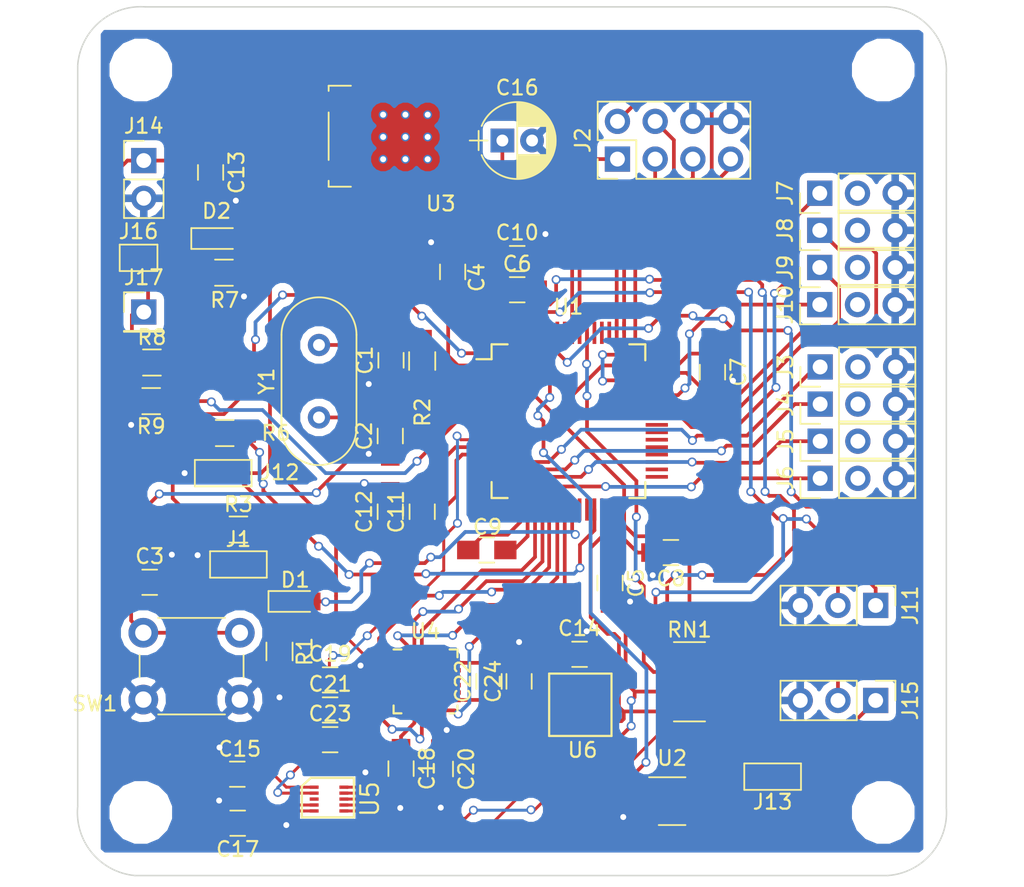
<source format=kicad_pcb>
(kicad_pcb (version 4) (host pcbnew 4.0.6)
  (layers (0 F.Cu signal) (31 B.Cu signal) (34 B.Paste user) (35 F.Paste user) (36 B.SilkS user) (37 F.SilkS user) (38 B.Mask user) (39 F.Mask user) (44 Edge.Cuts user))
  (net 0 "")
  (net 1 GND)
  (net 2 "Net-(C1-Pad2)")
  (net 3 "Net-(C2-Pad2)")
  (net 4 "Net-(C3-Pad1)")
  (net 5 VCC)
  (net 6 "Net-(C5-Pad1)")
  (net 7 +BATT)
  (net 8 "Net-(C15-Pad1)")
  (net 9 "Net-(C17-Pad1)")
  (net 10 "Net-(C20-Pad1)")
  (net 11 "Net-(D1-Pad2)")
  (net 12 "Net-(D1-Pad1)")
  (net 13 "Net-(D2-Pad1)")
  (net 14 "Net-(J1-Pad2)")
  (net 15 JTCK)
  (net 16 JTRST)
  (net 17 JTDO)
  (net 18 JTDI)
  (net 19 JTMS)
  (net 20 PWM_OUTPUT_1)
  (net 21 "Net-(J3-Pad2)")
  (net 22 PWM_OUTPUT_2)
  (net 23 "Net-(J4-Pad2)")
  (net 24 PWM_OUTPUT_3)
  (net 25 "Net-(J5-Pad2)")
  (net 26 PWM_OUTPUT_4)
  (net 27 "Net-(J6-Pad2)")
  (net 28 PWM_INPUT_1)
  (net 29 "Net-(J7-Pad2)")
  (net 30 PWM_INPUT_2)
  (net 31 "Net-(J8-Pad2)")
  (net 32 PWM_INPUT_3)
  (net 33 "Net-(J9-Pad2)")
  (net 34 PWM_INPUT_4)
  (net 35 "Net-(J10-Pad2)")
  (net 36 "Net-(J12-Pad2)")
  (net 37 UART_RX)
  (net 38 "Net-(J13-Pad2)")
  (net 39 "Net-(J13-Pad3)")
  (net 40 UART_TX)
  (net 41 "Net-(J16-Pad2)")
  (net 42 "Net-(R2-Pad2)")
  (net 43 "Net-(R3-Pad2)")
  (net 44 "Net-(R6-Pad1)")
  (net 45 BATT_ADC)
  (net 46 "Net-(U1-Pad2)")
  (net 47 "Net-(U1-Pad3)")
  (net 48 "Net-(U1-Pad4)")
  (net 49 "Net-(U1-Pad9)")
  (net 50 "Net-(U1-Pad10)")
  (net 51 MAG_INT)
  (net 52 ICM_SPI_CS)
  (net 53 ICM_SPI_SCK)
  (net 54 ICM_SPI_MISO)
  (net 55 ICM_SPI_MOSI)
  (net 56 ICM_INT)
  (net 57 "Net-(U1-Pad26)")
  (net 58 "Net-(U1-Pad27)")
  (net 59 "Net-(U1-Pad33)")
  (net 60 "Net-(U1-Pad34)")
  (net 61 "Net-(U1-Pad35)")
  (net 62 "Net-(U1-Pad36)")
  (net 63 "Net-(U1-Pad37)")
  (net 64 "Net-(U1-Pad38)")
  (net 65 "Net-(U1-Pad39)")
  (net 66 "Net-(U1-Pad40)")
  (net 67 "Net-(U1-Pad45)")
  (net 68 "Net-(U1-Pad51)")
  (net 69 "Net-(U1-Pad52)")
  (net 70 "Net-(U1-Pad53)")
  (net 71 "Net-(U1-Pad57)")
  (net 72 I2C1_SCL)
  (net 73 I2C1_SDA)
  (net 74 I2C2_SCL)
  (net 75 I2C2_SDA)
  (module via-0.6mm (layer F.Cu) (at 117.82 74.51)
    (fp_text reference REF** hide)
    (fp_text value via-0.6mm hide)
    (pad 1 thru_hole circle (at 0 0) (size 0.6 0.6) (drill 0.4) (layers *.Cu))
  )
  (module via-0.6mm (layer F.Cu) (at 117.82 73.01)
    (fp_text reference REF** hide)
    (fp_text value via-0.6mm hide)
    (pad 1 thru_hole circle (at 0 0) (size 0.6 0.6) (drill 0.4) (layers *.Cu))
  )
  (module via-0.6mm (layer F.Cu) (at 119.32 76.01)
    (fp_text reference REF** hide)
    (fp_text value via-0.6mm hide)
    (pad 1 thru_hole circle (at 0 0) (size 0.6 0.6) (drill 0.4) (layers *.Cu))
  )
  (module via-0.6mm (layer F.Cu) (at 117.82 76.01)
    (fp_text reference REF** hide)
    (fp_text value via-0.6mm hide)
    (pad 1 thru_hole circle (at 0 0) (size 0.6 0.6) (drill 0.4) (layers *.Cu))
  )
  (module via-0.6mm (layer F.Cu) (at 116.32 76.01)
    (fp_text reference REF** hide)
    (fp_text value via-0.6mm hide)
    (pad 1 thru_hole circle (at 0 0) (size 0.6 0.6) (drill 0.4) (layers *.Cu))
  )
  (module via-0.6mm (layer F.Cu) (at 119.32 74.51)
    (fp_text reference REF** hide)
    (fp_text value via-0.6mm hide)
    (pad 1 thru_hole circle (at 0 0) (size 0.6 0.6) (drill 0.4) (layers *.Cu))
  )
  (module via-0.6mm (layer F.Cu) (at 116.32 74.51)
    (fp_text reference REF** hide)
    (fp_text value via-0.6mm hide)
    (pad 1 thru_hole circle (at 0 0) (size 0.6 0.6) (drill 0.4) (layers *.Cu))
  )
  (module via-0.6mm (layer F.Cu) (at 119.32 73.01)
    (fp_text reference REF** hide)
    (fp_text value via-0.6mm hide)
    (pad 1 thru_hole circle (at 0 0) (size 0.6 0.6) (drill 0.4) (layers *.Cu))
  )
  (module via-0.6mm (layer F.Cu) (at 116.32 73.01)
    (fp_text reference REF** hide)
    (fp_text value via-0.6mm hide)
    (pad 1 thru_hole circle (at 0 0) (size 0.6 0.6) (drill 0.4) (layers *.Cu))
  )
  (module Local_prints:DFN_2x2mm_10pin_0.4pitch (layer F.Cu) (at 112.3 119.075 270)
    (fp_text reference U5 (at 0.025 -3.125 270) (layer F.SilkS) (effects (font (size 1.2 1.2))))
    (fp_text value MAG3110)
    (pad 10 smd rect (at -0.775 -1.375 270) (size 0.225 0.6) (layers F.Cu F.Paste F.Mask) (net 1 GND) (clearance 0.15))
    (pad 1 smd rect (at -0.775 0.625 270) (size 0.225 0.6) (layers F.Cu F.Paste F.Mask) (net 8 "Net-(C15-Pad1)") (clearance 0.15))
    (pad 9 smd rect (at -0.375 -1.375 270) (size 0.225 0.6) (layers F.Cu F.Paste F.Mask) (net 51 MAG_INT) (clearance 0.15))
    (pad 2 smd rect (at -0.375 0.625 270) (size 0.225 0.6) (layers F.Cu F.Paste F.Mask) (net 5 VCC) (clearance 0.15))
    (pad 8 smd rect (at 0.025 -1.375 270) (size 0.225 0.6) (layers F.Cu F.Paste F.Mask) (net 5 VCC) (clearance 0.15))
    (pad 3 smd rect (at 0.025 0.625 270) (size 0.225 0.6) (layers F.Cu F.Paste F.Mask) (clearance 0.15))
    (pad 7 smd rect (at 0.425 -1.375 270) (size 0.225 0.6) (layers F.Cu F.Paste F.Mask) (net 74 I2C2_SCL) (clearance 0.15))
    (pad 4 smd rect (at 0.425 0.625 270) (size 0.225 0.6) (layers F.Cu F.Paste F.Mask) (net 9 "Net-(C17-Pad1)") (clearance 0.15))
    (pad 6 smd rect (at 0.825 -1.375 270) (size 0.225 0.6) (layers F.Cu F.Paste F.Mask) (net 75 I2C2_SDA) (clearance 0.15))
    (pad 5 smd rect (at 0.825 0.625 270) (size 0.225 0.6) (layers F.Cu F.Paste F.Mask) (net 1 GND) (clearance 0.15))
  )
  (module Mounting_Holes:MountingHole_3.2mm_M3 (layer F.Cu) (at 150 70)
    (fp_text reference "" (at 0 -4.2) (layer F.SilkS))
    (fp_text value MountingHole_3.2mm_M3)
    (pad 1 np_thru_hole circle (at 0 0) (size 3.2 3.2) (drill 3.2) (layers *.Cu *.Mask))
  )
  (module Mounting_Holes:MountingHole_3.2mm_M3 (layer F.Cu) (at 100 70)
    (fp_text reference "" (at 0.2 -4.45) (layer F.SilkS))
    (fp_text value MountingHole_3.2mm_M3)
    (pad 1 np_thru_hole circle (at 0 0) (size 3.2 3.2) (drill 3.2) (layers *.Cu *.Mask))
  )
  (module Mounting_Holes:MountingHole_3.2mm_M3 (layer F.Cu) (at 150 120)
    (fp_text reference "" (at 0 -4.2) (layer F.SilkS))
    (fp_text value MountingHole_3.2mm_M3)
    (pad 1 np_thru_hole circle (at 0 0) (size 3.2 3.2) (drill 3.2) (layers *.Cu *.Mask))
  )
  (module Capacitors_SMD:C_0805_HandSoldering (layer F.Cu) (at 116.85 89.55 90)
    (fp_text reference C1 (at 0 -1.75 90) (layer F.SilkS))
    (fp_text value 20pF)
    (pad 1 smd rect (at -1.25 0 90) (size 1.5 1.25) (layers F.Cu F.Paste F.Mask) (net 1 GND))
    (pad 2 smd rect (at 1.25 0 90) (size 1.5 1.25) (layers F.Cu F.Paste F.Mask) (net 2 "Net-(C1-Pad2)"))
  )
  (module Capacitors_SMD:C_0805_HandSoldering (layer F.Cu) (at 116.8 94.65 90)
    (fp_text reference C2 (at 0 -1.75 90) (layer F.SilkS))
    (fp_text value 20pF)
    (pad 1 smd rect (at -1.25 0 90) (size 1.5 1.25) (layers F.Cu F.Paste F.Mask) (net 1 GND))
    (pad 2 smd rect (at 1.25 0 90) (size 1.5 1.25) (layers F.Cu F.Paste F.Mask) (net 3 "Net-(C2-Pad2)"))
  )
  (module Capacitors_SMD:C_0805_HandSoldering (layer F.Cu) (at 100.6 104.5)
    (fp_text reference C3 (at 0 -1.75) (layer F.SilkS))
    (fp_text value 100nF)
    (pad 1 smd rect (at -1.25 0) (size 1.5 1.25) (layers F.Cu F.Paste F.Mask) (net 4 "Net-(C3-Pad1)"))
    (pad 2 smd rect (at 1.25 0) (size 1.5 1.25) (layers F.Cu F.Paste F.Mask) (net 1 GND))
  )
  (module Capacitors_SMD:C_0805_HandSoldering (layer F.Cu) (at 121 83.6 90)
    (fp_text reference C4 (at -0.375 1.625 90) (layer F.SilkS))
    (fp_text value 100nF)
    (pad 1 smd rect (at -1.25 0 90) (size 1.5 1.25) (layers F.Cu F.Paste F.Mask) (net 5 VCC))
    (pad 2 smd rect (at 1.25 0 90) (size 1.5 1.25) (layers F.Cu F.Paste F.Mask) (net 1 GND))
  )
  (module Capacitors_SMD:C_0805_HandSoldering (layer F.Cu) (at 131.6 104.55 270)
    (fp_text reference C5 (at 0 -1.75 270) (layer F.SilkS))
    (fp_text value 4.7uF)
    (pad 1 smd rect (at -1.25 0 270) (size 1.5 1.25) (layers F.Cu F.Paste F.Mask) (net 6 "Net-(C5-Pad1)"))
    (pad 2 smd rect (at 1.25 0 270) (size 1.5 1.25) (layers F.Cu F.Paste F.Mask) (net 1 GND))
  )
  (module Capacitors_SMD:C_0805_HandSoldering (layer F.Cu) (at 125.35 84.8)
    (fp_text reference C6 (at 0 -1.75) (layer F.SilkS))
    (fp_text value 100nF)
    (pad 1 smd rect (at -1.25 0) (size 1.5 1.25) (layers F.Cu F.Paste F.Mask) (net 5 VCC))
    (pad 2 smd rect (at 1.25 0) (size 1.5 1.25) (layers F.Cu F.Paste F.Mask) (net 1 GND))
  )
  (module Capacitors_SMD:C_0805_HandSoldering (layer F.Cu) (at 138.5 90.35 270)
    (fp_text reference C7 (at 0 -1.75 270) (layer F.SilkS))
    (fp_text value 100nF)
    (pad 1 smd rect (at -1.25 0 270) (size 1.5 1.25) (layers F.Cu F.Paste F.Mask) (net 5 VCC))
    (pad 2 smd rect (at 1.25 0 270) (size 1.5 1.25) (layers F.Cu F.Paste F.Mask) (net 1 GND))
  )
  (module Capacitors_SMD:C_0805_HandSoldering (layer F.Cu) (at 135.7 102.5 180)
    (fp_text reference C8 (at 0 -1.75 180) (layer F.SilkS))
    (fp_text value 100nF)
    (pad 1 smd rect (at -1.25 0 180) (size 1.5 1.25) (layers F.Cu F.Paste F.Mask) (net 5 VCC))
    (pad 2 smd rect (at 1.25 0 180) (size 1.5 1.25) (layers F.Cu F.Paste F.Mask) (net 1 GND))
  )
  (module Capacitors_SMD:C_0805_HandSoldering (layer F.Cu) (at 123.3 102.325 180)
    (fp_text reference C9 (at -0.05 1.55 180) (layer F.SilkS))
    (fp_text value 100nF)
    (pad 1 smd rect (at -1.25 0 180) (size 1.5 1.25) (layers F.Cu F.Paste F.Mask) (net 5 VCC))
    (pad 2 smd rect (at 1.25 0 180) (size 1.5 1.25) (layers F.Cu F.Paste F.Mask) (net 1 GND))
  )
  (module Capacitors_SMD:C_0805_HandSoldering (layer F.Cu) (at 125.35 82.7)
    (fp_text reference C10 (at 0 -1.75) (layer F.SilkS))
    (fp_text value 4.7uF)
    (pad 1 smd rect (at -1.25 0) (size 1.5 1.25) (layers F.Cu F.Paste F.Mask) (net 5 VCC))
    (pad 2 smd rect (at 1.25 0) (size 1.5 1.25) (layers F.Cu F.Paste F.Mask) (net 1 GND))
  )
  (module Capacitors_SMD:C_0805_HandSoldering (layer F.Cu) (at 118.95 99.75 90)
    (fp_text reference C11 (at 0 -1.75 90) (layer F.SilkS))
    (fp_text value 1uF)
    (pad 1 smd rect (at -1.25 0 90) (size 1.5 1.25) (layers F.Cu F.Paste F.Mask) (net 5 VCC))
    (pad 2 smd rect (at 1.25 0 90) (size 1.5 1.25) (layers F.Cu F.Paste F.Mask) (net 1 GND))
  )
  (module Capacitors_SMD:C_0805_HandSoldering (layer F.Cu) (at 116.8 99.75 90)
    (fp_text reference C12 (at 0 -1.75 90) (layer F.SilkS))
    (fp_text value 100nF)
    (pad 1 smd rect (at -1.25 0 90) (size 1.5 1.25) (layers F.Cu F.Paste F.Mask) (net 5 VCC))
    (pad 2 smd rect (at 1.25 0 90) (size 1.5 1.25) (layers F.Cu F.Paste F.Mask) (net 1 GND))
  )
  (module Capacitors_SMD:C_0805_HandSoldering (layer F.Cu) (at 104.7 76.9 270)
    (fp_text reference C13 (at 0 -1.75 270) (layer F.SilkS))
    (fp_text value 0.1uF)
    (pad 1 smd rect (at -1.25 0 270) (size 1.5 1.25) (layers F.Cu F.Paste F.Mask) (net 7 +BATT))
    (pad 2 smd rect (at 1.25 0 270) (size 1.5 1.25) (layers F.Cu F.Paste F.Mask) (net 1 GND))
  )
  (module Capacitors_SMD:C_0805_HandSoldering (layer F.Cu) (at 129.55 109.35)
    (fp_text reference C14 (at 0 -1.75) (layer F.SilkS))
    (fp_text value 100nF)
    (pad 1 smd rect (at -1.25 0) (size 1.5 1.25) (layers F.Cu F.Paste F.Mask) (net 5 VCC))
    (pad 2 smd rect (at 1.25 0) (size 1.5 1.25) (layers F.Cu F.Paste F.Mask) (net 1 GND))
  )
  (module Capacitors_SMD:C_0805_HandSoldering (layer F.Cu) (at 106.5 117.425 180)
    (fp_text reference C15 (at -0.15 1.7 180) (layer F.SilkS))
    (fp_text value 100nF)
    (pad 1 smd rect (at -1.25 0 180) (size 1.5 1.25) (layers F.Cu F.Paste F.Mask) (net 8 "Net-(C15-Pad1)"))
    (pad 2 smd rect (at 1.25 0 180) (size 1.5 1.25) (layers F.Cu F.Paste F.Mask) (net 1 GND))
  )
  (module Capacitors_ThroughHole:CP_Radial_D5.0mm_P2.00mm (layer F.Cu) (at 124.35 74.75)
    (fp_text reference C16 (at 1 -3.56) (layer F.SilkS))
    (fp_text value 2.2uF)
    (pad 1 thru_hole rect (at 0 0) (size 1.6 1.6) (drill 0.8) (layers *.Cu *.Mask) (net 5 VCC))
    (pad 2 thru_hole circle (at 2 0) (size 1.6 1.6) (drill 0.8) (layers *.Cu *.Mask) (net 1 GND))
  )
  (module Capacitors_SMD:C_0805_HandSoldering (layer F.Cu) (at 106.525 120.725 180)
    (fp_text reference C17 (at 0 -1.75 180) (layer F.SilkS))
    (fp_text value 100nF)
    (pad 1 smd rect (at -1.25 0 180) (size 1.5 1.25) (layers F.Cu F.Paste F.Mask) (net 9 "Net-(C17-Pad1)"))
    (pad 2 smd rect (at 1.25 0 180) (size 1.5 1.25) (layers F.Cu F.Paste F.Mask) (net 1 GND))
  )
  (module Capacitors_SMD:C_0805_HandSoldering (layer F.Cu) (at 117.525 117.05 270)
    (fp_text reference C18 (at 0 -1.75 270) (layer F.SilkS))
    (fp_text value 10nF)
    (pad 1 smd rect (at -1.25 0 270) (size 1.5 1.25) (layers F.Cu F.Paste F.Mask) (net 5 VCC))
    (pad 2 smd rect (at 1.25 0 270) (size 1.5 1.25) (layers F.Cu F.Paste F.Mask) (net 1 GND))
  )
  (module Capacitors_SMD:C_0805_HandSoldering (layer F.Cu) (at 112.75 111.075)
    (fp_text reference C19 (at 0 -1.75) (layer F.SilkS))
    (fp_text value 1uF)
    (pad 1 smd rect (at -1.25 0) (size 1.5 1.25) (layers F.Cu F.Paste F.Mask) (net 5 VCC))
    (pad 2 smd rect (at 1.25 0) (size 1.5 1.25) (layers F.Cu F.Paste F.Mask) (net 1 GND))
  )
  (module Capacitors_SMD:C_0805_HandSoldering (layer F.Cu) (at 120.175 117.075 270)
    (fp_text reference C20 (at 0 -1.75 270) (layer F.SilkS))
    (fp_text value 0.47uF)
    (pad 1 smd rect (at -1.25 0 270) (size 1.5 1.25) (layers F.Cu F.Paste F.Mask) (net 10 "Net-(C20-Pad1)"))
    (pad 2 smd rect (at 1.25 0 270) (size 1.5 1.25) (layers F.Cu F.Paste F.Mask) (net 1 GND))
  )
  (module Capacitors_SMD:C_0805_HandSoldering (layer F.Cu) (at 112.75 113.1)
    (fp_text reference C21 (at 0 -1.75) (layer F.SilkS))
    (fp_text value 100nF)
    (pad 1 smd rect (at -1.25 0) (size 1.5 1.25) (layers F.Cu F.Paste F.Mask) (net 5 VCC))
    (pad 2 smd rect (at 1.25 0) (size 1.5 1.25) (layers F.Cu F.Paste F.Mask) (net 1 GND))
  )
  (module Capacitors_SMD:C_0805_HandSoldering (layer F.Cu) (at 123.45 111.175 90)
    (fp_text reference C22 (at 0 -1.75 90) (layer F.SilkS))
    (fp_text value 2.2uF)
    (pad 1 smd rect (at -1.25 0 90) (size 1.5 1.25) (layers F.Cu F.Paste F.Mask) (net 5 VCC))
    (pad 2 smd rect (at 1.25 0 90) (size 1.5 1.25) (layers F.Cu F.Paste F.Mask) (net 1 GND))
  )
  (module Capacitors_SMD:C_0805_HandSoldering (layer F.Cu) (at 112.75 115.1)
    (fp_text reference C23 (at 0 -1.75) (layer F.SilkS))
    (fp_text value 100nF)
    (pad 1 smd rect (at -1.25 0) (size 1.5 1.25) (layers F.Cu F.Paste F.Mask) (net 5 VCC))
    (pad 2 smd rect (at 1.25 0) (size 1.5 1.25) (layers F.Cu F.Paste F.Mask) (net 1 GND))
  )
  (module Capacitors_SMD:C_0805_HandSoldering (layer F.Cu) (at 125.475 111.175 90)
    (fp_text reference C24 (at 0 -1.75 90) (layer F.SilkS))
    (fp_text value 100nF)
    (pad 1 smd rect (at -1.25 0 90) (size 1.5 1.25) (layers F.Cu F.Paste F.Mask) (net 5 VCC))
    (pad 2 smd rect (at 1.25 0 90) (size 1.5 1.25) (layers F.Cu F.Paste F.Mask) (net 1 GND))
  )
  (module LEDs:LED_0805 (layer F.Cu) (at 110.4 105.79)
    (fp_text reference D1 (at 0 -1.45) (layer F.SilkS))
    (fp_text value LED)
    (pad 2 smd rect (at 1.1 0 180) (size 1.2 1.2) (layers F.Cu F.Paste F.Mask) (net 11 "Net-(D1-Pad2)"))
    (pad 1 smd rect (at -1.1 0 180) (size 1.2 1.2) (layers F.Cu F.Paste F.Mask) (net 12 "Net-(D1-Pad1)"))
  )
  (module LEDs:LED_0805 (layer F.Cu) (at 105.2 81.35)
    (fp_text reference D2 (at -0.1 -1.85) (layer F.SilkS))
    (fp_text value LED)
    (pad 2 smd rect (at 1.1 0 180) (size 1.2 1.2) (layers F.Cu F.Paste F.Mask) (net 5 VCC))
    (pad 1 smd rect (at -1.1 0 180) (size 1.2 1.2) (layers F.Cu F.Paste F.Mask) (net 13 "Net-(D2-Pad1)"))
  )
  (module Connect:GS3 (layer F.Cu) (at 106.575 103.3 270)
    (fp_text reference J1 (at -1.7 0 360) (layer F.SilkS))
    (fp_text value GS3)
    (pad 1 smd rect (at 0 -1.27 270) (size 1.27 0.97) (layers F.Cu F.Paste F.Mask) (net 5 VCC))
    (pad 2 smd rect (at 0 0 270) (size 1.27 0.97) (layers F.Cu F.Paste F.Mask) (net 14 "Net-(J1-Pad2)"))
    (pad 3 smd rect (at 0 1.27 270) (size 1.27 0.97) (layers F.Cu F.Paste F.Mask) (net 1 GND))
  )
  (module Pin_Headers:Pin_Header_Straight_2x04_Pitch2.54mm (layer F.Cu) (at 132.1 76 90)
    (fp_text reference J2 (at 1.27 -2.33 90) (layer F.SilkS))
    (fp_text value CONN_02X04)
    (pad 1 thru_hole rect (at 0 0 90) (size 1.7 1.7) (drill 1) (layers *.Cu *.Mask) (net 5 VCC))
    (pad 2 thru_hole oval (at 2.54 0 90) (size 1.7 1.7) (drill 1) (layers *.Cu *.Mask) (net 15 JTCK))
    (pad 3 thru_hole oval (at 0 2.54 90) (size 1.7 1.7) (drill 1) (layers *.Cu *.Mask) (net 16 JTRST))
    (pad 4 thru_hole oval (at 2.54 2.54 90) (size 1.7 1.7) (drill 1) (layers *.Cu *.Mask) (net 17 JTDO))
    (pad 5 thru_hole oval (at 0 5.08 90) (size 1.7 1.7) (drill 1) (layers *.Cu *.Mask) (net 18 JTDI))
    (pad 6 thru_hole oval (at 2.54 5.08 90) (size 1.7 1.7) (drill 1) (layers *.Cu *.Mask) (net 1 GND))
    (pad 7 thru_hole oval (at 0 7.62 90) (size 1.7 1.7) (drill 1) (layers *.Cu *.Mask) (net 19 JTMS))
    (pad 8 thru_hole oval (at 2.54 7.62 90) (size 1.7 1.7) (drill 1) (layers *.Cu *.Mask) (net 1 GND))
  )
  (module Pin_Headers:Pin_Header_Straight_1x03_Pitch2.54mm (layer F.Cu) (at 145.75 90 90)
    (fp_text reference J3 (at 0 -2.33 90) (layer F.SilkS))
    (fp_text value CONN_01X03)
    (pad 1 thru_hole rect (at 0 0 90) (size 1.7 1.7) (drill 1) (layers *.Cu *.Mask) (net 20 PWM_OUTPUT_1))
    (pad 2 thru_hole oval (at 0 2.54 90) (size 1.7 1.7) (drill 1) (layers *.Cu *.Mask) (net 21 "Net-(J3-Pad2)"))
    (pad 3 thru_hole oval (at 0 5.08 90) (size 1.7 1.7) (drill 1) (layers *.Cu *.Mask) (net 1 GND))
  )
  (module Pin_Headers:Pin_Header_Straight_1x03_Pitch2.54mm (layer F.Cu) (at 145.75 92.5 90)
    (fp_text reference J4 (at 0 -2.33 90) (layer F.SilkS))
    (fp_text value CONN_01X03)
    (pad 1 thru_hole rect (at 0 0 90) (size 1.7 1.7) (drill 1) (layers *.Cu *.Mask) (net 22 PWM_OUTPUT_2))
    (pad 2 thru_hole oval (at 0 2.54 90) (size 1.7 1.7) (drill 1) (layers *.Cu *.Mask) (net 23 "Net-(J4-Pad2)"))
    (pad 3 thru_hole oval (at 0 5.08 90) (size 1.7 1.7) (drill 1) (layers *.Cu *.Mask) (net 1 GND))
  )
  (module Pin_Headers:Pin_Header_Straight_1x03_Pitch2.54mm (layer F.Cu) (at 145.75 95 90)
    (fp_text reference J5 (at 0 -2.33 90) (layer F.SilkS))
    (fp_text value CONN_01X03)
    (pad 1 thru_hole rect (at 0 0 90) (size 1.7 1.7) (drill 1) (layers *.Cu *.Mask) (net 24 PWM_OUTPUT_3))
    (pad 2 thru_hole oval (at 0 2.54 90) (size 1.7 1.7) (drill 1) (layers *.Cu *.Mask) (net 25 "Net-(J5-Pad2)"))
    (pad 3 thru_hole oval (at 0 5.08 90) (size 1.7 1.7) (drill 1) (layers *.Cu *.Mask) (net 1 GND))
  )
  (module Pin_Headers:Pin_Header_Straight_1x03_Pitch2.54mm (layer F.Cu) (at 145.75 97.5 90)
    (fp_text reference J6 (at 0 -2.33 90) (layer F.SilkS))
    (fp_text value CONN_01X03)
    (pad 1 thru_hole rect (at 0 0 90) (size 1.7 1.7) (drill 1) (layers *.Cu *.Mask) (net 26 PWM_OUTPUT_4))
    (pad 2 thru_hole oval (at 0 2.54 90) (size 1.7 1.7) (drill 1) (layers *.Cu *.Mask) (net 27 "Net-(J6-Pad2)"))
    (pad 3 thru_hole oval (at 0 5.08 90) (size 1.7 1.7) (drill 1) (layers *.Cu *.Mask) (net 1 GND))
  )
  (module Pin_Headers:Pin_Header_Straight_1x03_Pitch2.54mm (layer F.Cu) (at 145.725 78.3 90)
    (fp_text reference J7 (at 0 -2.33 90) (layer F.SilkS))
    (fp_text value CONN_01X03)
    (pad 1 thru_hole rect (at 0 0 90) (size 1.7 1.7) (drill 1) (layers *.Cu *.Mask) (net 28 PWM_INPUT_1))
    (pad 2 thru_hole oval (at 0 2.54 90) (size 1.7 1.7) (drill 1) (layers *.Cu *.Mask) (net 29 "Net-(J7-Pad2)"))
    (pad 3 thru_hole oval (at 0 5.08 90) (size 1.7 1.7) (drill 1) (layers *.Cu *.Mask) (net 1 GND))
  )
  (module Pin_Headers:Pin_Header_Straight_1x03_Pitch2.54mm (layer F.Cu) (at 145.725 80.8 90)
    (fp_text reference J8 (at 0 -2.33 90) (layer F.SilkS))
    (fp_text value CONN_01X03)
    (pad 1 thru_hole rect (at 0 0 90) (size 1.7 1.7) (drill 1) (layers *.Cu *.Mask) (net 30 PWM_INPUT_2))
    (pad 2 thru_hole oval (at 0 2.54 90) (size 1.7 1.7) (drill 1) (layers *.Cu *.Mask) (net 31 "Net-(J8-Pad2)"))
    (pad 3 thru_hole oval (at 0 5.08 90) (size 1.7 1.7) (drill 1) (layers *.Cu *.Mask) (net 1 GND))
  )
  (module Pin_Headers:Pin_Header_Straight_1x03_Pitch2.54mm (layer F.Cu) (at 145.725 83.3 90)
    (fp_text reference J9 (at 0 -2.33 90) (layer F.SilkS))
    (fp_text value CONN_01X03)
    (pad 1 thru_hole rect (at 0 0 90) (size 1.7 1.7) (drill 1) (layers *.Cu *.Mask) (net 32 PWM_INPUT_3))
    (pad 2 thru_hole oval (at 0 2.54 90) (size 1.7 1.7) (drill 1) (layers *.Cu *.Mask) (net 33 "Net-(J9-Pad2)"))
    (pad 3 thru_hole oval (at 0 5.08 90) (size 1.7 1.7) (drill 1) (layers *.Cu *.Mask) (net 1 GND))
  )
  (module Pin_Headers:Pin_Header_Straight_1x03_Pitch2.54mm (layer F.Cu) (at 145.725 85.8 90)
    (fp_text reference J10 (at 0 -2.33 90) (layer F.SilkS))
    (fp_text value CONN_01X03)
    (pad 1 thru_hole rect (at 0 0 90) (size 1.7 1.7) (drill 1) (layers *.Cu *.Mask) (net 34 PWM_INPUT_4))
    (pad 2 thru_hole oval (at 0 2.54 90) (size 1.7 1.7) (drill 1) (layers *.Cu *.Mask) (net 35 "Net-(J10-Pad2)"))
    (pad 3 thru_hole oval (at 0 5.08 90) (size 1.7 1.7) (drill 1) (layers *.Cu *.Mask) (net 1 GND))
  )
  (module Pin_Headers:Pin_Header_Straight_1x03_Pitch2.54mm (layer F.Cu) (at 149.49 106.06 270)
    (fp_text reference J11 (at 0 -2.33 270) (layer F.SilkS))
    (fp_text value CONN_01X03)
    (pad 1 thru_hole rect (at 0 0 270) (size 1.7 1.7) (drill 1) (layers *.Cu *.Mask) (net 72 I2C1_SCL))
    (pad 2 thru_hole oval (at 0 2.54 270) (size 1.7 1.7) (drill 1) (layers *.Cu *.Mask) (net 73 I2C1_SDA))
    (pad 3 thru_hole oval (at 0 5.08 270) (size 1.7 1.7) (drill 1) (layers *.Cu *.Mask) (net 1 GND))
  )
  (module Connect:GS3 (layer F.Cu) (at 105.55 97.15 270)
    (fp_text reference J12 (at -0.05 -3.8 360) (layer F.SilkS))
    (fp_text value GS3)
    (pad 1 smd rect (at 0 -1.27 270) (size 1.27 0.97) (layers F.Cu F.Paste F.Mask) (net 5 VCC))
    (pad 2 smd rect (at 0 0 270) (size 1.27 0.97) (layers F.Cu F.Paste F.Mask) (net 36 "Net-(J12-Pad2)"))
    (pad 3 smd rect (at 0 1.27 270) (size 1.27 0.97) (layers F.Cu F.Paste F.Mask) (net 1 GND))
  )
  (module Connect:GS3 (layer F.Cu) (at 142.55 117.59 90)
    (fp_text reference J13 (at -1.7 0 180) (layer F.SilkS))
    (fp_text value GS3)
    (pad 1 smd rect (at 0 -1.27 90) (size 1.27 0.97) (layers F.Cu F.Paste F.Mask) (net 37 UART_RX))
    (pad 2 smd rect (at 0 0 90) (size 1.27 0.97) (layers F.Cu F.Paste F.Mask) (net 38 "Net-(J13-Pad2)"))
    (pad 3 smd rect (at 0 1.27 90) (size 1.27 0.97) (layers F.Cu F.Paste F.Mask) (net 39 "Net-(J13-Pad3)"))
  )
  (module Pin_Headers:Pin_Header_Straight_1x02_Pitch2.54mm (layer F.Cu) (at 100.2 76.1)
    (fp_text reference J14 (at 0 -2.33) (layer F.SilkS))
    (fp_text value CONN_01X02)
    (pad 1 thru_hole rect (at 0 0) (size 1.7 1.7) (drill 1) (layers *.Cu *.Mask) (net 7 +BATT))
    (pad 2 thru_hole oval (at 0 2.54) (size 1.7 1.7) (drill 1) (layers *.Cu *.Mask) (net 1 GND))
  )
  (module Pin_Headers:Pin_Header_Straight_1x03_Pitch2.54mm (layer F.Cu) (at 149.49 112.46 270)
    (fp_text reference J15 (at 0 -2.33 270) (layer F.SilkS))
    (fp_text value CONN_01X03)
    (pad 1 thru_hole rect (at 0 0 270) (size 1.7 1.7) (drill 1) (layers *.Cu *.Mask) (net 38 "Net-(J13-Pad2)"))
    (pad 2 thru_hole oval (at 0 2.54 270) (size 1.7 1.7) (drill 1) (layers *.Cu *.Mask) (net 40 UART_TX))
    (pad 3 thru_hole oval (at 0 5.08 270) (size 1.7 1.7) (drill 1) (layers *.Cu *.Mask) (net 1 GND))
  )
  (module Connect:GS2 (layer F.Cu) (at 99.85 82.65 90)
    (fp_text reference J16 (at 1.78 0 180) (layer F.SilkS))
    (fp_text value GS2)
    (pad 1 smd rect (at 0 -0.64 90) (size 1.27 0.97) (layers F.Cu F.Paste F.Mask) (net 7 +BATT))
    (pad 2 smd rect (at 0 0.64 90) (size 1.27 0.97) (layers F.Cu F.Paste F.Mask) (net 41 "Net-(J16-Pad2)"))
  )
  (module Pin_Headers:Pin_Header_Straight_1x01_Pitch2.54mm (layer F.Cu) (at 100.2 86.3)
    (fp_text reference J17 (at 0 -2.33) (layer F.SilkS))
    (fp_text value CONN_01X01)
    (pad 1 thru_hole rect (at 0 0) (size 1.7 1.7) (drill 1) (layers *.Cu *.Mask) (net 41 "Net-(J16-Pad2)"))
  )
  (module Resistors_SMD:R_0805_HandSoldering (layer F.Cu) (at 109.34 109.16 270)
    (fp_text reference R1 (at 0 -1.7 270) (layer F.SilkS))
    (fp_text value 22)
    (pad 1 smd rect (at -1.35 0 270) (size 1.5 1.3) (layers F.Cu F.Paste F.Mask) (net 12 "Net-(D1-Pad1)"))
    (pad 2 smd rect (at 1.35 0 270) (size 1.5 1.3) (layers F.Cu F.Paste F.Mask) (net 1 GND))
  )
  (module Resistors_SMD:R_0805_HandSoldering (layer F.Cu) (at 118.95 89.6 270)
    (fp_text reference R2 (at 3.45 -0.025 270) (layer F.SilkS))
    (fp_text value 0)
    (pad 1 smd rect (at -1.35 0 270) (size 1.5 1.3) (layers F.Cu F.Paste F.Mask) (net 2 "Net-(C1-Pad2)"))
    (pad 2 smd rect (at 1.35 0 270) (size 1.5 1.3) (layers F.Cu F.Paste F.Mask) (net 42 "Net-(R2-Pad2)"))
  )
  (module Resistors_SMD:R_0805_HandSoldering (layer F.Cu) (at 106.575 100.95)
    (fp_text reference R3 (at 0 -1.7) (layer F.SilkS))
    (fp_text value 10K)
    (pad 1 smd rect (at -1.35 0) (size 1.5 1.3) (layers F.Cu F.Paste F.Mask) (net 14 "Net-(J1-Pad2)"))
    (pad 2 smd rect (at 1.35 0) (size 1.5 1.3) (layers F.Cu F.Paste F.Mask) (net 43 "Net-(R3-Pad2)"))
  )
  (module Resistors_SMD:R_0805_HandSoldering (layer F.Cu) (at 105.65 94.45 180)
    (fp_text reference R6 (at -3.45 0 180) (layer F.SilkS))
    (fp_text value 10K)
    (pad 1 smd rect (at -1.35 0 180) (size 1.5 1.3) (layers F.Cu F.Paste F.Mask) (net 44 "Net-(R6-Pad1)"))
    (pad 2 smd rect (at 1.35 0 180) (size 1.5 1.3) (layers F.Cu F.Paste F.Mask) (net 36 "Net-(J12-Pad2)"))
  )
  (module Resistors_SMD:R_0805_HandSoldering (layer F.Cu) (at 105.6 83.65)
    (fp_text reference R7 (at 0.05 1.85) (layer F.SilkS))
    (fp_text value 220)
    (pad 1 smd rect (at -1.35 0) (size 1.5 1.3) (layers F.Cu F.Paste F.Mask) (net 13 "Net-(D2-Pad1)"))
    (pad 2 smd rect (at 1.35 0) (size 1.5 1.3) (layers F.Cu F.Paste F.Mask) (net 1 GND))
  )
  (module Resistors_SMD:R_0805_HandSoldering (layer F.Cu) (at 100.75 89.7)
    (fp_text reference R8 (at 0 -1.7) (layer F.SilkS))
    (fp_text value 62K)
    (pad 1 smd rect (at -1.35 0) (size 1.5 1.3) (layers F.Cu F.Paste F.Mask) (net 41 "Net-(J16-Pad2)"))
    (pad 2 smd rect (at 1.35 0) (size 1.5 1.3) (layers F.Cu F.Paste F.Mask) (net 45 BATT_ADC))
  )
  (module Resistors_SMD:R_0805_HandSoldering (layer F.Cu) (at 100.7 92.3 180)
    (fp_text reference R9 (at 0 -1.7 180) (layer F.SilkS))
    (fp_text value 22K)
    (pad 1 smd rect (at -1.35 0 180) (size 1.5 1.3) (layers F.Cu F.Paste F.Mask) (net 45 BATT_ADC))
    (pad 2 smd rect (at 1.35 0 180) (size 1.5 1.3) (layers F.Cu F.Paste F.Mask) (net 1 GND))
  )
  (module Buttons_Switches_ThroughHole:SW_PUSH_6mm (layer F.Cu) (at 106.67 112.4 180)
    (fp_text reference SW1 (at 9.775 -0.275 180) (layer F.SilkS))
    (fp_text value SW_Push)
    (pad 2 thru_hole circle (at 0 4.5 270) (size 2 2) (drill 1.1) (layers *.Cu *.Mask) (net 4 "Net-(C3-Pad1)"))
    (pad 1 thru_hole circle (at 0 0 270) (size 2 2) (drill 1.1) (layers *.Cu *.Mask) (net 1 GND))
    (pad 2 thru_hole circle (at 6.5 4.5 270) (size 2 2) (drill 1.1) (layers *.Cu *.Mask) (net 4 "Net-(C3-Pad1)"))
    (pad 1 thru_hole circle (at 6.5 0 270) (size 2 2) (drill 1.1) (layers *.Cu *.Mask) (net 1 GND))
  )
  (module TO_SOT_Packages_SMD:SOT-23-5_HandSoldering (layer F.Cu) (at 135.78 119.24)
    (fp_text reference U2 (at 0 -2.9) (layer F.SilkS))
    (fp_text value SN74LVC1G04)
    (pad 1 smd rect (at -1.35 -0.95) (size 1.56 0.65) (layers F.Cu F.Paste F.Mask))
    (pad 2 smd rect (at -1.35 0) (size 1.56 0.65) (layers F.Cu F.Paste F.Mask) (net 37 UART_RX))
    (pad 3 smd rect (at -1.35 0.95) (size 1.56 0.65) (layers F.Cu F.Paste F.Mask) (net 1 GND))
    (pad 4 smd rect (at 1.35 0.95) (size 1.56 0.65) (layers F.Cu F.Paste F.Mask) (net 39 "Net-(J13-Pad3)"))
    (pad 5 smd rect (at 1.35 -0.95) (size 1.56 0.65) (layers F.Cu F.Paste F.Mask) (net 5 VCC))
  )
  (module TO_SOT_Packages_SMD:TO-252-2Lead (layer F.Cu) (at 114.05 74.45)
    (fp_text reference U3 (at 6.15 4.55) (layer F.SilkS))
    (fp_text value LF33ABDT-TR)
    (pad 1 smd rect (at -3.7 -2.29 270) (size 2 3.5) (layers F.Cu F.Paste F.Mask) (net 7 +BATT))
    (pad 3 smd rect (at -3.7 2.29 270) (size 2 3.5) (layers F.Cu F.Paste F.Mask) (net 5 VCC))
    (pad 2 smd rect (at 3.7 0.01 270) (size 7 7) (layers F.Cu F.Paste F.Mask) (net 1 GND))
  )
  (module Housings_DFN_QFN:QFN-24-1EP_4x4mm_Pitch0.5mm (layer F.Cu) (at 119.175 111.175)
    (fp_text reference U4 (at 0 -3.375) (layer F.SilkS))
    (fp_text value ICM-20689)
    (pad 1 smd rect (at -1.95 -1.25) (size 0.85 0.3) (layers F.Cu F.Paste F.Mask))
    (pad 2 smd rect (at -1.95 -0.75) (size 0.85 0.3) (layers F.Cu F.Paste F.Mask))
    (pad 3 smd rect (at -1.95 -0.25) (size 0.85 0.3) (layers F.Cu F.Paste F.Mask))
    (pad 4 smd rect (at -1.95 0.25) (size 0.85 0.3) (layers F.Cu F.Paste F.Mask))
    (pad 5 smd rect (at -1.95 0.75) (size 0.85 0.3) (layers F.Cu F.Paste F.Mask))
    (pad 6 smd rect (at -1.95 1.25) (size 0.85 0.3) (layers F.Cu F.Paste F.Mask))
    (pad 7 smd rect (at -1.25 1.95 90) (size 0.85 0.3) (layers F.Cu F.Paste F.Mask))
    (pad 8 smd rect (at -0.75 1.95 90) (size 0.85 0.3) (layers F.Cu F.Paste F.Mask) (net 5 VCC))
    (pad 9 smd rect (at -0.25 1.95 90) (size 0.85 0.3) (layers F.Cu F.Paste F.Mask) (net 54 ICM_SPI_MISO))
    (pad 10 smd rect (at 0.25 1.95 90) (size 0.85 0.3) (layers F.Cu F.Paste F.Mask) (net 10 "Net-(C20-Pad1)"))
    (pad 11 smd rect (at 0.75 1.95 90) (size 0.85 0.3) (layers F.Cu F.Paste F.Mask) (net 1 GND))
    (pad 12 smd rect (at 1.25 1.95 90) (size 0.85 0.3) (layers F.Cu F.Paste F.Mask) (net 56 ICM_INT))
    (pad 13 smd rect (at 1.95 1.25) (size 0.85 0.3) (layers F.Cu F.Paste F.Mask) (net 5 VCC))
    (pad 14 smd rect (at 1.95 0.75) (size 0.85 0.3) (layers F.Cu F.Paste F.Mask))
    (pad 15 smd rect (at 1.95 0.25) (size 0.85 0.3) (layers F.Cu F.Paste F.Mask))
    (pad 16 smd rect (at 1.95 -0.25) (size 0.85 0.3) (layers F.Cu F.Paste F.Mask))
    (pad 17 smd rect (at 1.95 -0.75) (size 0.85 0.3) (layers F.Cu F.Paste F.Mask))
    (pad 18 smd rect (at 1.95 -1.25) (size 0.85 0.3) (layers F.Cu F.Paste F.Mask) (net 1 GND))
    (pad 19 smd rect (at 1.25 -1.95 90) (size 0.85 0.3) (layers F.Cu F.Paste F.Mask))
    (pad 20 smd rect (at 0.75 -1.95 90) (size 0.85 0.3) (layers F.Cu F.Paste F.Mask))
    (pad 21 smd rect (at 0.25 -1.95 90) (size 0.85 0.3) (layers F.Cu F.Paste F.Mask))
    (pad 22 smd rect (at -0.25 -1.95 90) (size 0.85 0.3) (layers F.Cu F.Paste F.Mask) (net 52 ICM_SPI_CS))
    (pad 23 smd rect (at -0.75 -1.95 90) (size 0.85 0.3) (layers F.Cu F.Paste F.Mask) (net 53 ICM_SPI_SCK))
    (pad 24 smd rect (at -1.25 -1.95 90) (size 0.85 0.3) (layers F.Cu F.Paste F.Mask) (net 55 ICM_SPI_MOSI))
    (pad 25 smd rect (at 0.65 0.65) (size 1.3 1.3) (layers F.Cu F.Paste F.Mask))
    (pad 25 smd rect (at 0.65 -0.65) (size 1.3 1.3) (layers F.Cu F.Paste F.Mask))
    (pad 25 smd rect (at -0.65 0.65) (size 1.3 1.3) (layers F.Cu F.Paste F.Mask))
    (pad 25 smd rect (at -0.65 -0.65) (size 1.3 1.3) (layers F.Cu F.Paste F.Mask))
  )
  (module Local_prints:MS5637 (layer F.Cu) (at 129.6 112.75)
    (fp_text reference U6 (at 0.15 3.05) (layer F.SilkS))
    (fp_text value MS5637)
    (pad 1 smd rect (at -1.1 -1.1) (size 1.2 1.2) (layers F.Cu F.Paste F.Mask) (net 5 VCC))
    (pad 2 smd rect (at -1.1 1.1) (size 1.2 1.2) (layers F.Cu F.Paste F.Mask) (net 75 I2C2_SDA))
    (pad 3 smd rect (at 1.1 1.1) (size 1.2 1.2) (layers F.Cu F.Paste F.Mask) (net 74 I2C2_SCL))
    (pad 4 smd rect (at 1.1 -1.1) (size 1.2 1.2) (layers F.Cu F.Paste F.Mask) (net 1 GND))
  )
  (module Crystals:Crystal_HC49-U_Vertical (layer F.Cu) (at 112 93.4 90)
    (fp_text reference Y1 (at 2.44 -3.525 90) (layer F.SilkS))
    (fp_text value "25 MHz")
    (pad 1 thru_hole circle (at 0 0 90) (size 1.5 1.5) (drill 0.8) (layers *.Cu *.Mask) (net 3 "Net-(C2-Pad2)"))
    (pad 2 thru_hole circle (at 4.88 0 90) (size 1.5 1.5) (drill 0.8) (layers *.Cu *.Mask) (net 2 "Net-(C1-Pad2)"))
  )
  (module Local_prints:LQFP-64_10x10mm_Pitch0.5mm_handsoldering (layer F.Cu) (at 128.8 93.65)
    (fp_text reference U1 (at 0 -7.7) (layer F.SilkS))
    (fp_text value STM32F410RBTx)
    (pad 1 smd rect (at -5.95 -3.75) (size 1.5 0.25) (layers F.Cu F.Paste F.Mask) (net 5 VCC))
    (pad 2 smd rect (at -5.95 -3.25) (size 1.5 0.25) (layers F.Cu F.Paste F.Mask) (net 46 "Net-(U1-Pad2)"))
    (pad 3 smd rect (at -5.95 -2.75) (size 1.5 0.25) (layers F.Cu F.Paste F.Mask) (net 47 "Net-(U1-Pad3)"))
    (pad 4 smd rect (at -5.95 -2.25) (size 1.5 0.25) (layers F.Cu F.Paste F.Mask) (net 48 "Net-(U1-Pad4)"))
    (pad 5 smd rect (at -5.95 -1.75) (size 1.5 0.25) (layers F.Cu F.Paste F.Mask) (net 42 "Net-(R2-Pad2)"))
    (pad 6 smd rect (at -5.95 -1.25) (size 1.5 0.25) (layers F.Cu F.Paste F.Mask) (net 3 "Net-(C2-Pad2)"))
    (pad 7 smd rect (at -5.95 -0.75) (size 1.5 0.25) (layers F.Cu F.Paste F.Mask) (net 4 "Net-(C3-Pad1)"))
    (pad 8 smd rect (at -5.95 -0.25) (size 1.5 0.25) (layers F.Cu F.Paste F.Mask) (net 45 BATT_ADC))
    (pad 9 smd rect (at -5.95 0.25) (size 1.5 0.25) (layers F.Cu F.Paste F.Mask) (net 49 "Net-(U1-Pad9)"))
    (pad 10 smd rect (at -5.95 0.75) (size 1.5 0.25) (layers F.Cu F.Paste F.Mask) (net 50 "Net-(U1-Pad10)"))
    (pad 11 smd rect (at -5.95 1.25) (size 1.5 0.25) (layers F.Cu F.Paste F.Mask) (net 51 MAG_INT))
    (pad 12 smd rect (at -5.95 1.75) (size 1.5 0.25) (layers F.Cu F.Paste F.Mask) (net 1 GND))
    (pad 13 smd rect (at -5.95 2.25) (size 1.5 0.25) (layers F.Cu F.Paste F.Mask) (net 5 VCC))
    (pad 14 smd rect (at -5.95 2.75) (size 1.5 0.25) (layers F.Cu F.Paste F.Mask) (net 20 PWM_OUTPUT_1))
    (pad 15 smd rect (at -5.95 3.25) (size 1.5 0.25) (layers F.Cu F.Paste F.Mask) (net 22 PWM_OUTPUT_2))
    (pad 16 smd rect (at -5.95 3.75) (size 1.5 0.25) (layers F.Cu F.Paste F.Mask) (net 24 PWM_OUTPUT_3))
    (pad 17 smd rect (at -3.75 5.95 90) (size 1.5 0.25) (layers F.Cu F.Paste F.Mask) (net 26 PWM_OUTPUT_4))
    (pad 18 smd rect (at -3.25 5.95 90) (size 1.5 0.25) (layers F.Cu F.Paste F.Mask) (net 1 GND))
    (pad 19 smd rect (at -2.75 5.95 90) (size 1.5 0.25) (layers F.Cu F.Paste F.Mask) (net 5 VCC))
    (pad 20 smd rect (at -2.25 5.95 90) (size 1.5 0.25) (layers F.Cu F.Paste F.Mask) (net 52 ICM_SPI_CS))
    (pad 21 smd rect (at -1.75 5.95 90) (size 1.5 0.25) (layers F.Cu F.Paste F.Mask) (net 53 ICM_SPI_SCK))
    (pad 22 smd rect (at -1.25 5.95 90) (size 1.5 0.25) (layers F.Cu F.Paste F.Mask) (net 54 ICM_SPI_MISO))
    (pad 23 smd rect (at -0.75 5.95 90) (size 1.5 0.25) (layers F.Cu F.Paste F.Mask) (net 55 ICM_SPI_MOSI))
    (pad 24 smd rect (at -0.25 5.95 90) (size 1.5 0.25) (layers F.Cu F.Paste F.Mask) (net 56 ICM_INT))
    (pad 25 smd rect (at 0.25 5.95 90) (size 1.5 0.25) (layers F.Cu F.Paste F.Mask) (net 11 "Net-(D1-Pad2)"))
    (pad 26 smd rect (at 0.75 5.95 90) (size 1.5 0.25) (layers F.Cu F.Paste F.Mask) (net 57 "Net-(U1-Pad26)"))
    (pad 27 smd rect (at 1.25 5.95 90) (size 1.5 0.25) (layers F.Cu F.Paste F.Mask) (net 58 "Net-(U1-Pad27)"))
    (pad 28 smd rect (at 1.75 5.95 90) (size 1.5 0.25) (layers F.Cu F.Paste F.Mask) (net 44 "Net-(R6-Pad1)"))
    (pad 29 smd rect (at 2.25 5.95 90) (size 1.5 0.25) (layers F.Cu F.Paste F.Mask) (net 74 I2C2_SCL))
    (pad 30 smd rect (at 2.75 5.95 90) (size 1.5 0.25) (layers F.Cu F.Paste F.Mask) (net 6 "Net-(C5-Pad1)"))
    (pad 31 smd rect (at 3.25 5.95 90) (size 1.5 0.25) (layers F.Cu F.Paste F.Mask) (net 1 GND))
    (pad 32 smd rect (at 3.75 5.95 90) (size 1.5 0.25) (layers F.Cu F.Paste F.Mask) (net 5 VCC))
    (pad 33 smd rect (at 5.95 3.75) (size 1.5 0.25) (layers F.Cu F.Paste F.Mask) (net 59 "Net-(U1-Pad33)"))
    (pad 34 smd rect (at 5.95 3.25) (size 1.5 0.25) (layers F.Cu F.Paste F.Mask) (net 60 "Net-(U1-Pad34)"))
    (pad 35 smd rect (at 5.95 2.75) (size 1.5 0.25) (layers F.Cu F.Paste F.Mask) (net 61 "Net-(U1-Pad35)"))
    (pad 36 smd rect (at 5.95 2.25) (size 1.5 0.25) (layers F.Cu F.Paste F.Mask) (net 62 "Net-(U1-Pad36)"))
    (pad 37 smd rect (at 5.95 1.75) (size 1.5 0.25) (layers F.Cu F.Paste F.Mask) (net 63 "Net-(U1-Pad37)"))
    (pad 38 smd rect (at 5.95 1.25) (size 1.5 0.25) (layers F.Cu F.Paste F.Mask) (net 64 "Net-(U1-Pad38)"))
    (pad 39 smd rect (at 5.95 0.75) (size 1.5 0.25) (layers F.Cu F.Paste F.Mask) (net 65 "Net-(U1-Pad39)"))
    (pad 40 smd rect (at 5.95 0.25) (size 1.5 0.25) (layers F.Cu F.Paste F.Mask) (net 66 "Net-(U1-Pad40)"))
    (pad 41 smd rect (at 5.95 -0.25) (size 1.5 0.25) (layers F.Cu F.Paste F.Mask) (net 28 PWM_INPUT_1))
    (pad 42 smd rect (at 5.95 -0.75) (size 1.5 0.25) (layers F.Cu F.Paste F.Mask) (net 30 PWM_INPUT_2))
    (pad 43 smd rect (at 5.95 -1.25) (size 1.5 0.25) (layers F.Cu F.Paste F.Mask) (net 32 PWM_INPUT_3))
    (pad 44 smd rect (at 5.95 -1.75) (size 1.5 0.25) (layers F.Cu F.Paste F.Mask) (net 34 PWM_INPUT_4))
    (pad 45 smd rect (at 5.95 -2.25) (size 1.5 0.25) (layers F.Cu F.Paste F.Mask) (net 67 "Net-(U1-Pad45)"))
    (pad 46 smd rect (at 5.95 -2.75) (size 1.5 0.25) (layers F.Cu F.Paste F.Mask) (net 19 JTMS))
    (pad 47 smd rect (at 5.95 -3.25) (size 1.5 0.25) (layers F.Cu F.Paste F.Mask) (net 1 GND))
    (pad 48 smd rect (at 5.95 -3.75) (size 1.5 0.25) (layers F.Cu F.Paste F.Mask) (net 5 VCC))
    (pad 49 smd rect (at 3.75 -5.95 90) (size 1.5 0.25) (layers F.Cu F.Paste F.Mask) (net 15 JTCK))
    (pad 50 smd rect (at 3.25 -5.95 90) (size 1.5 0.25) (layers F.Cu F.Paste F.Mask) (net 18 JTDI))
    (pad 51 smd rect (at 2.75 -5.95 90) (size 1.5 0.25) (layers F.Cu F.Paste F.Mask) (net 68 "Net-(U1-Pad51)"))
    (pad 52 smd rect (at 2.25 -5.95 90) (size 1.5 0.25) (layers F.Cu F.Paste F.Mask) (net 69 "Net-(U1-Pad52)"))
    (pad 53 smd rect (at 1.75 -5.95 90) (size 1.5 0.25) (layers F.Cu F.Paste F.Mask) (net 70 "Net-(U1-Pad53)"))
    (pad 54 smd rect (at 1.25 -5.95 90) (size 1.5 0.25) (layers F.Cu F.Paste F.Mask) (net 75 I2C2_SDA))
    (pad 55 smd rect (at 0.75 -5.95 90) (size 1.5 0.25) (layers F.Cu F.Paste F.Mask) (net 17 JTDO))
    (pad 56 smd rect (at 0.25 -5.95 90) (size 1.5 0.25) (layers F.Cu F.Paste F.Mask) (net 16 JTRST))
    (pad 57 smd rect (at -0.25 -5.95 90) (size 1.5 0.25) (layers F.Cu F.Paste F.Mask) (net 71 "Net-(U1-Pad57)"))
    (pad 58 smd rect (at -0.75 -5.95 90) (size 1.5 0.25) (layers F.Cu F.Paste F.Mask) (net 40 UART_TX))
    (pad 59 smd rect (at -1.25 -5.95 90) (size 1.5 0.25) (layers F.Cu F.Paste F.Mask) (net 37 UART_RX))
    (pad 60 smd rect (at -1.75 -5.95 90) (size 1.5 0.25) (layers F.Cu F.Paste F.Mask) (net 43 "Net-(R3-Pad2)"))
    (pad 61 smd rect (at -2.25 -5.95 90) (size 1.5 0.25) (layers F.Cu F.Paste F.Mask) (net 72 I2C1_SCL))
    (pad 62 smd rect (at -2.75 -5.95 90) (size 1.5 0.25) (layers F.Cu F.Paste F.Mask) (net 73 I2C1_SDA))
    (pad 63 smd rect (at -3.25 -5.95 90) (size 1.5 0.25) (layers F.Cu F.Paste F.Mask) (net 1 GND))
    (pad 64 smd rect (at -3.75 -5.95 90) (size 1.5 0.25) (layers F.Cu F.Paste F.Mask) (net 5 VCC))
  )
  (module Resistors_SMD:R_Array_Convex_4x1206 (layer F.Cu) (at 136.95 111.2)
    (fp_text reference RN1 (at 0 -3.5) (layer F.SilkS))
    (fp_text value 4.7K)
    (pad 1 smd rect (at -1.5 -2) (size 0.9 0.9) (layers F.Cu F.Paste F.Mask) (net 73 I2C1_SDA))
    (pad 4 smd rect (at -1.5 2) (size 0.9 0.9) (layers F.Cu F.Paste F.Mask) (net 74 I2C2_SCL))
    (pad 2 smd rect (at -1.5 -0.66) (size 0.9 0.9) (layers F.Cu F.Paste F.Mask) (net 72 I2C1_SCL))
    (pad 3 smd rect (at -1.5 0.66) (size 0.9 0.9) (layers F.Cu F.Paste F.Mask) (net 75 I2C2_SDA))
    (pad 7 smd rect (at 1.5 -0.66) (size 0.9 0.9) (layers F.Cu F.Paste F.Mask) (net 5 VCC))
    (pad 8 smd rect (at 1.5 -2) (size 0.9 0.9) (layers F.Cu F.Paste F.Mask) (net 5 VCC))
    (pad 5 smd rect (at 1.5 2) (size 0.9 0.9) (layers F.Cu F.Paste F.Mask) (net 5 VCC))
    (pad 6 smd rect (at 1.5 0.66) (size 0.9 0.9) (layers F.Cu F.Paste F.Mask) (net 5 VCC))
  )
  (module Mounting_Holes:MountingHole_3.2mm_M3 (layer F.Cu) (at 100 120)
    (fp_text reference "" (at 0 -4.2) (layer F.SilkS))
    (fp_text value MountingHole_3.2mm_M3)
    (pad 1 np_thru_hole circle (at 0 0) (size 3.2 3.2) (drill 3.2) (layers *.Cu *.Mask))
  )
  (gr_line (start 100.3 65.75) (end 150.2 65.75) (angle 90) (layer Edge.Cuts) (width 0.1))
  (gr_line (start 95.75 119.6) (end 95.75 69.7) (angle 90) (layer Edge.Cuts) (width 0.1))
  (gr_line (start 150.3 124.25) (end 99.6 124.25) (angle 90) (layer Edge.Cuts) (width 0.1))
  (gr_line (start 154.25 70.2) (end 154.25 119.7) (angle 90) (layer Edge.Cuts) (width 0.1))
  (gr_arc (start 150 120) (end 154.25 119.7) (angle 90) (layer Edge.Cuts) (width 0.1))
  (gr_arc (start 100 120) (end 99.6 124.25) (angle 90) (layer Edge.Cuts) (width 0.1))
  (gr_arc (start 150 70) (end 150.2 65.75) (angle 90) (layer Edge.Cuts) (width 0.1))
  (gr_arc (start 100 70) (end 95.75 69.7) (angle 90) (layer Edge.Cuts) (width 0.1))
  (via (at 114.8 110.11) (size 0.6) (drill 0.4) (layers F.Cu B.Cu) (net 1))
  (segment (start 114.79 110.11) (end 114.8 110.11) (width 0.25) (layer F.Cu) (net 1))
  (segment (start 114 110.9) (end 114.79 110.11) (width 0.25) (layer F.Cu) (net 1))
  (segment (start 114 111.075) (end 114 110.9) (width 0.25) (layer F.Cu) (net 1))
  (segment (start 139.88 90.93) (end 139.87 90.93) (width 0.25) (layer B.Cu) (net 1))
  (via (at 139.88 90.93) (size 0.6) (drill 0.4) (layers F.Cu B.Cu) (net 1))
  (segment (start 139.21 91.6) (end 139.88 90.93) (width 0.25) (layer F.Cu) (net 1))
  (segment (start 138.5 91.6) (end 139.21 91.6) (width 0.25) (layer F.Cu) (net 1))
  (via (at 109.34 112.25) (size 0.6) (drill 0.4) (layers F.Cu B.Cu) (net 1))
  (segment (start 109.34 110.51) (end 109.34 112.25) (width 0.25) (layer F.Cu) (net 1))
  (segment (start 134.43 120.19) (end 132.61 120.19) (width 0.25) (layer F.Cu) (net 1))
  (via (at 132.49 120.31) (size 0.6) (drill 0.4) (layers F.Cu B.Cu) (net 1))
  (segment (start 132.61 120.19) (end 132.49 120.31) (width 0.25) (layer F.Cu) (net 1))
  (via (at 102.09 102.64) (size 0.6) (drill 0.4) (layers F.Cu B.Cu) (net 1))
  (segment (start 101.85 102.88) (end 102.09 102.64) (width 0.25) (layer F.Cu) (net 1))
  (segment (start 101.85 104.5) (end 101.85 102.88) (width 0.25) (layer F.Cu) (net 1))
  (segment (start 105.305 103.3) (end 104.45 103.3) (width 0.25) (layer F.Cu) (net 1))
  (via (at 103.825 102.675) (size 0.6) (drill 0.4) (layers F.Cu B.Cu) (net 1))
  (segment (start 104.45 103.3) (end 103.825 102.675) (width 0.25) (layer F.Cu) (net 1))
  (segment (start 104.28 97.15) (end 102.95 97.15) (width 0.25) (layer F.Cu) (net 1))
  (via (at 102.95 97.15) (size 0.6) (drill 0.4) (layers F.Cu B.Cu) (net 1))
  (segment (start 138.5 91.6) (end 138.95 91.6) (width 0.25) (layer F.Cu) (net 1))
  (segment (start 130.8 109.35) (end 130.8 108.575) (width 0.25) (layer F.Cu) (net 1))
  (via (at 130.025 107.8) (size 0.6) (drill 0.4) (layers F.Cu B.Cu) (net 1))
  (segment (start 130.8 108.575) (end 130.025 107.8) (width 0.25) (layer F.Cu) (net 1))
  (segment (start 130.7 111.65) (end 130.7 109.45) (width 0.25) (layer F.Cu) (net 1))
  (segment (start 130.7 109.45) (end 130.8 109.35) (width 0.25) (layer F.Cu) (net 1))
  (via (at 115.125 117.3) (size 0.6) (drill 0.4) (layers F.Cu B.Cu) (net 1))
  (segment (start 115.125 117.899996) (end 114.725 118.299996) (width 0.2) (layer F.Cu) (net 1))
  (segment (start 114.5 118.299996) (end 114.725 118.299996) (width 0.2) (layer F.Cu) (net 1))
  (segment (start 115.125 117.899996) (end 115.125 117.3) (width 0.2) (layer F.Cu) (net 1))
  (segment (start 113.875 118.3) (end 114.5 118.3) (width 0.2) (layer F.Cu) (net 1))
  (segment (start 134.45 102.5) (end 134.45 104) (width 0.2) (layer F.Cu) (net 1))
  (via (at 134.475 104.025) (size 0.6) (drill 0.4) (layers F.Cu B.Cu) (net 1))
  (segment (start 134.45 104) (end 134.475 104.025) (width 0.2) (layer F.Cu) (net 1))
  (segment (start 130.8 109.35) (end 130.8 108.875) (width 0.2) (layer F.Cu) (net 1))
  (segment (start 130.8 111.55) (end 130.7 111.65) (width 0.2) (layer F.Cu) (net 1))
  (segment (start 105.25 117.425) (end 105.25 115.675) (width 0.2) (layer F.Cu) (net 1))
  (via (at 105.3 115.625) (size 0.6) (drill 0.4) (layers F.Cu B.Cu) (net 1))
  (segment (start 105.25 115.675) (end 105.3 115.625) (width 0.2) (layer F.Cu) (net 1))
  (segment (start 105.275 120.725) (end 105.275 119.2) (width 0.2) (layer F.Cu) (net 1))
  (via (at 105.275 119.2) (size 0.6) (drill 0.4) (layers F.Cu B.Cu) (net 1))
  (segment (start 109.8 120.825) (end 109.8 120.85) (width 0.2) (layer F.Cu) (net 1))
  (segment (start 109.8 120.35) (end 110.249998 119.900002) (width 0.2) (layer F.Cu) (net 1))
  (segment (start 111 119.900002) (end 110.249998 119.900002) (width 0.2) (layer F.Cu) (net 1))
  (segment (start 109.8 120.825) (end 109.8 120.35) (width 0.2) (layer F.Cu) (net 1))
  (segment (start 109.8 120.85) (end 109.8 120.825) (width 0.2) (layer F.Cu) (net 1))
  (via (at 109.8 120.85) (size 0.6) (drill 0.4) (layers F.Cu B.Cu) (net 1))
  (segment (start 110.925 119.9) (end 111.525 119.9) (width 0.2) (layer F.Cu) (net 1))
  (segment (start 114 111.075) (end 114 113.1) (width 0.25) (layer F.Cu) (net 1))
  (segment (start 114 113.1) (end 114 115.1) (width 0.25) (layer F.Cu) (net 1))
  (segment (start 120.175 118.325) (end 120.175 119.65) (width 0.25) (layer F.Cu) (net 1))
  (via (at 120.2 119.675) (size 0.6) (drill 0.4) (layers F.Cu B.Cu) (net 1))
  (segment (start 120.175 119.65) (end 120.2 119.675) (width 0.25) (layer F.Cu) (net 1))
  (segment (start 119.925 113.125) (end 119.925 113.775) (width 0.25) (layer F.Cu) (net 1))
  (via (at 120.6 114.45) (size 0.6) (drill 0.4) (layers F.Cu B.Cu) (net 1))
  (segment (start 119.925 113.775) (end 120.6 114.45) (width 0.25) (layer F.Cu) (net 1))
  (segment (start 117.525 118.3) (end 117.525 119.65) (width 0.25) (layer F.Cu) (net 1))
  (via (at 117.475 119.7) (size 0.6) (drill 0.4) (layers F.Cu B.Cu) (net 1))
  (segment (start 117.525 119.65) (end 117.475 119.7) (width 0.25) (layer F.Cu) (net 1))
  (segment (start 125.55 99.6) (end 125.55 100.45) (width 0.25) (layer F.Cu) (net 1))
  (segment (start 123.075 101.3) (end 122.05 102.325) (width 0.25) (layer F.Cu) (net 1))
  (segment (start 124.7 101.3) (end 123.075 101.3) (width 0.25) (layer F.Cu) (net 1))
  (segment (start 125.55 100.45) (end 124.7 101.3) (width 0.25) (layer F.Cu) (net 1))
  (segment (start 121.125 109.925) (end 123.45 109.925) (width 0.25) (layer F.Cu) (net 1))
  (segment (start 123.45 109.925) (end 125.475 109.925) (width 0.25) (layer F.Cu) (net 1))
  (segment (start 125.475 109.925) (end 125.475 108.525) (width 0.25) (layer F.Cu) (net 1))
  (via (at 125.475 108.525) (size 0.6) (drill 0.4) (layers F.Cu B.Cu) (net 1))
  (segment (start 138.5 91.6) (end 137.95 91.6) (width 0.25) (layer F.Cu) (net 1))
  (segment (start 137.95 91.6) (end 136.75 90.4) (width 0.25) (layer F.Cu) (net 1))
  (segment (start 136.75 90.4) (end 134.75 90.4) (width 0.25) (layer F.Cu) (net 1))
  (segment (start 134.45 102.5) (end 133.45 102.5) (width 0.25) (layer F.Cu) (net 1))
  (segment (start 132.05 101.1) (end 132.05 99.6) (width 0.25) (layer F.Cu) (net 1))
  (segment (start 133.45 102.5) (end 132.05 101.1) (width 0.25) (layer F.Cu) (net 1))
  (segment (start 131.6 105.8) (end 132.95 105.8) (width 0.25) (layer F.Cu) (net 1))
  (via (at 132.95 105.8) (size 0.6) (drill 0.4) (layers F.Cu B.Cu) (net 1))
  (segment (start 125.599998 99.6) (end 125.55 99.6) (width 0.25) (layer F.Cu) (net 1))
  (segment (start 116.8 98.5) (end 115.7 98.5) (width 0.25) (layer F.Cu) (net 1))
  (via (at 115.05 97.85) (size 0.6) (drill 0.4) (layers F.Cu B.Cu) (net 1))
  (segment (start 115.7 98.5) (end 115.05 97.85) (width 0.25) (layer F.Cu) (net 1))
  (segment (start 116.8 98.5) (end 118.95 98.5) (width 0.25) (layer F.Cu) (net 1))
  (segment (start 122.85 95.4) (end 121.2 95.4) (width 0.25) (layer F.Cu) (net 1))
  (segment (start 118.95 97.65) (end 118.95 98.5) (width 0.25) (layer F.Cu) (net 1))
  (segment (start 121.2 95.4) (end 118.95 97.65) (width 0.25) (layer F.Cu) (net 1))
  (segment (start 121 82.35) (end 120.3 82.35) (width 0.25) (layer F.Cu) (net 1))
  (via (at 119.55 81.6) (size 0.6) (drill 0.4) (layers F.Cu B.Cu) (net 1))
  (segment (start 120.3 82.35) (end 119.55 81.6) (width 0.25) (layer F.Cu) (net 1))
  (segment (start 126.6 82.7) (end 126.6 81.7) (width 0.25) (layer F.Cu) (net 1))
  (via (at 127.25 81.05) (size 0.6) (drill 0.4) (layers F.Cu B.Cu) (net 1))
  (segment (start 126.6 81.7) (end 127.25 81.05) (width 0.25) (layer F.Cu) (net 1))
  (segment (start 126.6 82.7) (end 126.6 84.8) (width 0.25) (layer F.Cu) (net 1))
  (segment (start 126.6 84.8) (end 125.55 85.85) (width 0.25) (layer F.Cu) (net 1))
  (segment (start 125.55 85.85) (end 125.55 87.7) (width 0.25) (layer F.Cu) (net 1))
  (segment (start 116.85 90.8) (end 115.7 90.8) (width 0.25) (layer F.Cu) (net 1))
  (via (at 115.35 91.15) (size 0.6) (drill 0.4) (layers F.Cu B.Cu) (net 1))
  (segment (start 115.7 90.8) (end 115.35 91.15) (width 0.25) (layer F.Cu) (net 1))
  (segment (start 116.8 95.9) (end 115.4 95.9) (width 0.25) (layer F.Cu) (net 1))
  (via (at 115.35 95.85) (size 0.6) (drill 0.4) (layers F.Cu B.Cu) (net 1))
  (segment (start 115.4 95.9) (end 115.35 95.85) (width 0.25) (layer F.Cu) (net 1))
  (segment (start 99.35 92.3) (end 99.35 93.9) (width 0.25) (layer F.Cu) (net 1))
  (via (at 99.35 93.9) (size 0.6) (drill 0.4) (layers F.Cu B.Cu) (net 1))
  (segment (start 106.95 83.65) (end 106.95 85.25) (width 0.25) (layer F.Cu) (net 1))
  (via (at 106.95 85.25) (size 0.6) (drill 0.4) (layers F.Cu B.Cu) (net 1))
  (via (at 106.4 78.8) (size 0.6) (drill 0.4) (layers F.Cu B.Cu) (net 1))
  (segment (start 105.75 78.15) (end 106.4 78.8) (width 0.25) (layer F.Cu) (net 1))
  (segment (start 104.7 78.15) (end 105.75 78.15) (width 0.25) (layer F.Cu) (net 1))
  (segment (start 100.2 78.64) (end 104.21 78.64) (width 0.25) (layer F.Cu) (net 1))
  (segment (start 104.21 78.64) (end 104.7 78.15) (width 0.25) (layer F.Cu) (net 1))
  (segment (start 112 88.52) (end 116.63 88.52) (width 0.25) (layer F.Cu) (net 2))
  (segment (start 116.63 88.52) (end 116.9 88.25) (width 0.25) (layer F.Cu) (net 2))
  (segment (start 116.9 88.25) (end 118.95 88.25) (width 0.25) (layer F.Cu) (net 2))
  (segment (start 116.8 93.4) (end 119.35 93.4) (width 0.25) (layer F.Cu) (net 3))
  (segment (start 120.35 92.4) (end 122.85 92.4) (width 0.25) (layer F.Cu) (net 3))
  (segment (start 119.35 93.4) (end 120.35 92.4) (width 0.25) (layer F.Cu) (net 3))
  (segment (start 112 93.4) (end 116.8 93.4) (width 0.25) (layer F.Cu) (net 3))
  (segment (start 100.17 107.9) (end 106.67 107.9) (width 0.25) (layer F.Cu) (net 4))
  (segment (start 99.35 107.08) (end 100.17 107.9) (width 0.25) (layer F.Cu) (net 4))
  (segment (start 99.35 104.5) (end 99.35 107.08) (width 0.25) (layer F.Cu) (net 4))
  (segment (start 99.35 100.45) (end 99.35 104.5) (width 0.25) (layer F.Cu) (net 4))
  (segment (start 101.25 98.55) (end 99.35 100.45) (width 0.25) (layer F.Cu) (net 4))
  (via (at 101.25 98.55) (size 0.6) (drill 0.4) (layers F.Cu B.Cu) (net 4))
  (segment (start 111.74 98.55) (end 101.25 98.55) (width 0.25) (layer B.Cu) (net 4))
  (segment (start 111.82 98.47) (end 111.74 98.55) (width 0.25) (layer B.Cu) (net 4))
  (via (at 111.82 98.47) (size 0.6) (drill 0.4) (layers F.Cu B.Cu) (net 4))
  (segment (start 111.84 98.45) (end 111.82 98.47) (width 0.25) (layer F.Cu) (net 4))
  (segment (start 111.84 98.41) (end 111.84 98.45) (width 0.25) (layer F.Cu) (net 4))
  (segment (start 115.6 94.65) (end 111.84 98.41) (width 0.25) (layer F.Cu) (net 4))
  (segment (start 119.06 94.65) (end 115.6 94.65) (width 0.25) (layer F.Cu) (net 4))
  (segment (start 120.81 92.9) (end 119.06 94.65) (width 0.25) (layer F.Cu) (net 4))
  (segment (start 122.85 92.9) (end 120.81 92.9) (width 0.25) (layer F.Cu) (net 4))
  (segment (start 138.45 113.2) (end 138.45 116.97) (width 0.25) (layer F.Cu) (net 5))
  (segment (start 138.45 116.97) (end 137.13 118.29) (width 0.25) (layer F.Cu) (net 5))
  (segment (start 118.95 101) (end 116.8 101) (width 0.25) (layer F.Cu) (net 5))
  (segment (start 113.15 101.04) (end 116.76 101.04) (width 0.25) (layer F.Cu) (net 5))
  (segment (start 116.76 101.04) (end 116.8 101) (width 0.25) (layer F.Cu) (net 5))
  (segment (start 113.15 105.42) (end 113.15 107.7) (width 0.25) (layer F.Cu) (net 5))
  (segment (start 106.82 97.15) (end 106.82 97.77) (width 0.25) (layer F.Cu) (net 5))
  (segment (start 106.82 97.77) (end 109.5 100.45) (width 0.25) (layer F.Cu) (net 5))
  (segment (start 109.5 101.645) (end 107.845 103.3) (width 0.25) (layer F.Cu) (net 5))
  (segment (start 109.5 100.45) (end 109.5 101.645) (width 0.25) (layer F.Cu) (net 5))
  (segment (start 106.82 97.15) (end 108.1 97.15) (width 0.25) (layer F.Cu) (net 5))
  (segment (start 108.1 97.15) (end 108.7 96.55) (width 0.25) (layer F.Cu) (net 5))
  (segment (start 138.45 113.2) (end 138.45 109.2) (width 0.25) (layer F.Cu) (net 5))
  (segment (start 136.95 102.5) (end 136.95 107.7) (width 0.25) (layer F.Cu) (net 5))
  (segment (start 136.95 107.7) (end 138.45 109.2) (width 0.25) (layer F.Cu) (net 5))
  (segment (start 138.45 110.54) (end 138.45 111.86) (width 0.2) (layer F.Cu) (net 5))
  (segment (start 138.45 111.86) (end 138.45 113.2) (width 0.2) (layer F.Cu) (net 5))
  (segment (start 113.15 107.7) (end 113.35 107.7) (width 0.2) (layer F.Cu) (net 5))
  (segment (start 116.425 115.8) (end 117.525 115.8) (width 0.2) (layer F.Cu) (net 5))
  (segment (start 115.425 114.8) (end 116.425 115.8) (width 0.2) (layer F.Cu) (net 5))
  (segment (start 115.425 109.775) (end 115.425 114.8) (width 0.2) (layer F.Cu) (net 5))
  (segment (start 113.35 107.7) (end 115.425 109.775) (width 0.2) (layer F.Cu) (net 5))
  (segment (start 114.325 119.1) (end 115.4 119.1) (width 0.2) (layer F.Cu) (net 5))
  (segment (start 115.4 119.1) (end 116.3 118.2) (width 0.2) (layer F.Cu) (net 5))
  (segment (start 116.3 118.2) (end 116.3 117.025) (width 0.2) (layer F.Cu) (net 5))
  (segment (start 116.3 117.025) (end 117.525 115.8) (width 0.2) (layer F.Cu) (net 5))
  (segment (start 113.9 119.1) (end 114.325 119.1) (width 0.2) (layer F.Cu) (net 5))
  (segment (start 114.325 119.1) (end 114.35 119.1) (width 0.2) (layer F.Cu) (net 5))
  (segment (start 110.8 118.7) (end 111.375 118.7) (width 0.2) (layer F.Cu) (net 5))
  (segment (start 111.5 115.1) (end 111.5 116.05) (width 0.2) (layer F.Cu) (net 5))
  (segment (start 109.275002 118.700002) (end 110.75 118.700002) (width 0.2) (layer F.Cu) (net 5))
  (segment (start 109.225 118.65) (end 109.275002 118.700002) (width 0.2) (layer F.Cu) (net 5))
  (via (at 109.225 118.65) (size 0.6) (drill 0.4) (layers F.Cu B.Cu) (net 5))
  (segment (start 109.225 118.325) (end 109.225 118.65) (width 0.2) (layer B.Cu) (net 5))
  (segment (start 110.075 117.475) (end 109.225 118.325) (width 0.2) (layer B.Cu) (net 5))
  (via (at 110.075 117.475) (size 0.6) (drill 0.4) (layers F.Cu B.Cu) (net 5))
  (segment (start 111.5 116.05) (end 110.075 117.475) (width 0.2) (layer F.Cu) (net 5))
  (segment (start 111.5 111.075) (end 111.5 113.1) (width 0.25) (layer F.Cu) (net 5))
  (segment (start 111.5 113.1) (end 111.5 115.1) (width 0.25) (layer F.Cu) (net 5))
  (segment (start 113.15 101) (end 113.15 101.04) (width 0.25) (layer F.Cu) (net 5))
  (segment (start 113.15 101.04) (end 113.15 105.42) (width 0.25) (layer F.Cu) (net 5))
  (segment (start 111.5 109.35) (end 111.5 111.075) (width 0.25) (layer F.Cu) (net 5))
  (segment (start 113.15 107.7) (end 111.5 109.35) (width 0.25) (layer F.Cu) (net 5))
  (segment (start 117.525 115.8) (end 117.525 115.85) (width 0.25) (layer F.Cu) (net 5))
  (segment (start 118.425 113.125) (end 118.425 113.975) (width 0.25) (layer F.Cu) (net 5))
  (segment (start 117.525 114.875) (end 117.525 115.8) (width 0.25) (layer F.Cu) (net 5))
  (segment (start 118.425 113.975) (end 117.525 114.875) (width 0.25) (layer F.Cu) (net 5))
  (segment (start 126.05 99.6) (end 126.05 101.4) (width 0.25) (layer F.Cu) (net 5))
  (segment (start 126.05 101.4) (end 125.125 102.325) (width 0.25) (layer F.Cu) (net 5))
  (segment (start 125.125 102.325) (end 124.55 102.325) (width 0.25) (layer F.Cu) (net 5))
  (segment (start 121.125 112.425) (end 123.45 112.425) (width 0.25) (layer F.Cu) (net 5))
  (segment (start 123.45 112.425) (end 125.475 112.425) (width 0.25) (layer F.Cu) (net 5))
  (segment (start 125.475 112.425) (end 126.25 111.65) (width 0.25) (layer F.Cu) (net 5))
  (segment (start 126.25 111.65) (end 128.5 111.65) (width 0.25) (layer F.Cu) (net 5))
  (segment (start 128.5 111.65) (end 128.3 111.45) (width 0.25) (layer F.Cu) (net 5))
  (segment (start 128.3 111.45) (end 128.3 109.35) (width 0.25) (layer F.Cu) (net 5))
  (segment (start 123.95 102.35) (end 123.95 102.1) (width 0.25) (layer F.Cu) (net 5))
  (segment (start 134.75 89.9) (end 131.075 89.9) (width 0.25) (layer F.Cu) (net 5))
  (segment (start 131.075 89.9) (end 127.7875 93.1875) (width 0.25) (layer F.Cu) (net 5))
  (segment (start 122.85 89.9) (end 124.5 89.9) (width 0.25) (layer F.Cu) (net 5))
  (segment (start 124.5 89.9) (end 127.7875 93.1875) (width 0.25) (layer F.Cu) (net 5))
  (segment (start 132.55 97.95) (end 132.55 99.6) (width 0.25) (layer F.Cu) (net 5))
  (segment (start 127.7875 93.1875) (end 132.55 97.95) (width 0.25) (layer F.Cu) (net 5))
  (segment (start 128 77.7) (end 122.85 77.7) (width 0.25) (layer F.Cu) (net 5))
  (segment (start 129.7 76) (end 128 77.7) (width 0.25) (layer F.Cu) (net 5))
  (segment (start 132.1 76) (end 129.7 76) (width 0.25) (layer F.Cu) (net 5))
  (segment (start 122.85 77.7) (end 124.35 76.2) (width 0.25) (layer F.Cu) (net 5))
  (segment (start 121.5 80.25) (end 121.5 79.05) (width 0.25) (layer F.Cu) (net 5))
  (segment (start 124.35 76.2) (end 124.35 74.75) (width 0.25) (layer F.Cu) (net 5))
  (segment (start 121.5 79.05) (end 122.85 77.7) (width 0.25) (layer F.Cu) (net 5))
  (segment (start 138.5 89.1) (end 136.95 89.1) (width 0.25) (layer F.Cu) (net 5))
  (segment (start 136.15 89.9) (end 134.75 89.9) (width 0.25) (layer F.Cu) (net 5))
  (segment (start 136.95 89.1) (end 136.15 89.9) (width 0.25) (layer F.Cu) (net 5))
  (segment (start 132.55 99.6) (end 132.55 100.65) (width 0.25) (layer F.Cu) (net 5))
  (segment (start 132.55 100.65) (end 133.3 101.4) (width 0.25) (layer F.Cu) (net 5))
  (segment (start 133.3 101.4) (end 135.85 101.4) (width 0.25) (layer F.Cu) (net 5))
  (segment (start 135.85 101.4) (end 136.95 102.5) (width 0.25) (layer F.Cu) (net 5))
  (segment (start 118.95 101) (end 119.2 101) (width 0.25) (layer F.Cu) (net 5))
  (segment (start 122.85 95.9) (end 121.65 95.9) (width 0.25) (layer F.Cu) (net 5))
  (segment (start 121.25 98.7) (end 118.95 101) (width 0.25) (layer F.Cu) (net 5))
  (segment (start 121.25 96.3) (end 121.25 98.7) (width 0.25) (layer F.Cu) (net 5))
  (segment (start 121.65 95.9) (end 121.25 96.3) (width 0.25) (layer F.Cu) (net 5))
  (segment (start 113.15 101) (end 108.7 96.55) (width 0.25) (layer F.Cu) (net 5))
  (segment (start 108.7 96.55) (end 108.7 78.95) (width 0.25) (layer F.Cu) (net 5))
  (segment (start 113.25 80.25) (end 113.25 80.65) (width 0.25) (layer F.Cu) (net 5))
  (segment (start 117.55 81.7) (end 120.7 84.85) (width 0.25) (layer F.Cu) (net 5))
  (segment (start 114.3 81.7) (end 117.55 81.7) (width 0.25) (layer F.Cu) (net 5))
  (segment (start 113.25 80.65) (end 114.3 81.7) (width 0.25) (layer F.Cu) (net 5))
  (segment (start 120.7 84.85) (end 120.7 89.25) (width 0.25) (layer F.Cu) (net 5))
  (segment (start 121.35 89.9) (end 122.85 89.9) (width 0.25) (layer F.Cu) (net 5))
  (segment (start 120.7 89.25) (end 121.35 89.9) (width 0.25) (layer F.Cu) (net 5))
  (segment (start 110.35 76.74) (end 110.35 77.35) (width 0.25) (layer F.Cu) (net 5))
  (segment (start 110.35 77.35) (end 113.25 80.25) (width 0.25) (layer F.Cu) (net 5))
  (segment (start 121.65 80.25) (end 124.1 82.7) (width 0.25) (layer F.Cu) (net 5))
  (segment (start 113.25 80.25) (end 118.65 80.25) (width 0.25) (layer F.Cu) (net 5))
  (segment (start 118.65 80.25) (end 121.5 80.25) (width 0.25) (layer F.Cu) (net 5))
  (segment (start 121.5 80.25) (end 121.65 80.25) (width 0.25) (layer F.Cu) (net 5))
  (segment (start 124.1 82.7) (end 124.1 85.6) (width 0.25) (layer F.Cu) (net 5))
  (segment (start 124.1 85.6) (end 125.05 86.55) (width 0.25) (layer F.Cu) (net 5))
  (segment (start 125.05 86.55) (end 125.05 87.7) (width 0.25) (layer F.Cu) (net 5))
  (segment (start 110.35 76.74) (end 110.35 77.3) (width 0.25) (layer F.Cu) (net 5))
  (segment (start 110.35 77.3) (end 108.7 78.95) (width 0.25) (layer F.Cu) (net 5))
  (segment (start 108.7 78.95) (end 106.3 81.35) (width 0.25) (layer F.Cu) (net 5))
  (segment (start 131.55 99.6) (end 131.55 103.25) (width 0.25) (layer F.Cu) (net 6))
  (segment (start 131.55 103.25) (end 131.6 103.3) (width 0.25) (layer F.Cu) (net 6))
  (segment (start 100.2 76.1) (end 99.1 76.1) (width 0.25) (layer F.Cu) (net 7))
  (segment (start 98.05 81.49) (end 99.21 82.65) (width 0.25) (layer F.Cu) (net 7))
  (segment (start 98.05 77.15) (end 98.05 81.49) (width 0.25) (layer F.Cu) (net 7))
  (segment (start 99.1 76.1) (end 98.05 77.15) (width 0.25) (layer F.Cu) (net 7))
  (segment (start 104.7 75.65) (end 106.86 75.65) (width 0.25) (layer F.Cu) (net 7))
  (segment (start 106.86 75.65) (end 110.35 72.16) (width 0.25) (layer F.Cu) (net 7))
  (segment (start 100.2 76.1) (end 104.25 76.1) (width 0.25) (layer F.Cu) (net 7))
  (segment (start 104.25 76.1) (end 104.7 75.65) (width 0.25) (layer F.Cu) (net 7))
  (segment (start 110.75 118.3) (end 111.375 118.3) (width 0.2) (layer F.Cu) (net 8))
  (segment (start 107.75 117.425) (end 108.925 117.425) (width 0.2) (layer F.Cu) (net 8))
  (segment (start 109.8 118.3) (end 110.7 118.3) (width 0.2) (layer F.Cu) (net 8))
  (segment (start 108.925 117.425) (end 109.8 118.3) (width 0.2) (layer F.Cu) (net 8))
  (segment (start 108.25 116.925) (end 107.75 117.425) (width 0.2) (layer F.Cu) (net 8))
  (segment (start 111.025 119.5) (end 111.525 119.5) (width 0.2) (layer F.Cu) (net 9))
  (segment (start 107.775 120.725) (end 108.375 120.725) (width 0.2) (layer F.Cu) (net 9))
  (segment (start 108.375 120.725) (end 109.6 119.5) (width 0.2) (layer F.Cu) (net 9))
  (segment (start 109.6 119.5) (end 111.025 119.5) (width 0.2) (layer F.Cu) (net 9))
  (segment (start 119.425 113.125) (end 119.425 114.35) (width 0.25) (layer F.Cu) (net 10))
  (segment (start 119.425 114.35) (end 120.175 115.1) (width 0.25) (layer F.Cu) (net 10))
  (segment (start 120.175 115.1) (end 120.175 115.825) (width 0.25) (layer F.Cu) (net 10))
  (segment (start 112.42 105.79) (end 111.5 105.79) (width 0.25) (layer F.Cu) (net 11))
  (segment (start 112.45 105.82) (end 112.42 105.79) (width 0.25) (layer F.Cu) (net 11))
  (via (at 112.45 105.82) (size 0.6) (drill 0.4) (layers F.Cu B.Cu) (net 11))
  (segment (start 114.17 105.82) (end 112.45 105.82) (width 0.25) (layer B.Cu) (net 11))
  (segment (start 114.85 105.14) (end 114.17 105.82) (width 0.25) (layer B.Cu) (net 11))
  (segment (start 114.85 103.76) (end 114.85 105.14) (width 0.25) (layer B.Cu) (net 11))
  (segment (start 115.4 103.21) (end 114.85 103.76) (width 0.25) (layer B.Cu) (net 11))
  (via (at 115.4 103.21) (size 0.6) (drill 0.4) (layers F.Cu B.Cu) (net 11))
  (segment (start 119.13 103.21) (end 115.4 103.21) (width 0.25) (layer F.Cu) (net 11))
  (segment (start 119.53 102.81) (end 119.13 103.21) (width 0.25) (layer F.Cu) (net 11))
  (via (at 119.53 102.81) (size 0.6) (drill 0.4) (layers F.Cu B.Cu) (net 11))
  (segment (start 120.15 102.81) (end 119.53 102.81) (width 0.25) (layer B.Cu) (net 11))
  (segment (start 121.85 101.11) (end 120.15 102.81) (width 0.25) (layer B.Cu) (net 11))
  (segment (start 129.09 101.11) (end 121.85 101.11) (width 0.25) (layer B.Cu) (net 11))
  (segment (start 129.26 101.28) (end 129.09 101.11) (width 0.25) (layer B.Cu) (net 11))
  (via (at 129.26 101.28) (size 0.6) (drill 0.4) (layers F.Cu B.Cu) (net 11))
  (segment (start 129.05 101.07) (end 129.26 101.28) (width 0.25) (layer F.Cu) (net 11))
  (segment (start 129.05 99.6) (end 129.05 101.07) (width 0.25) (layer F.Cu) (net 11))
  (segment (start 109.3 107.77) (end 109.34 107.81) (width 0.25) (layer F.Cu) (net 12))
  (segment (start 109.3 105.79) (end 109.3 107.77) (width 0.25) (layer F.Cu) (net 12))
  (segment (start 104.1 81.35) (end 104.1 83.5) (width 0.25) (layer F.Cu) (net 13))
  (segment (start 104.1 83.5) (end 104.25 83.65) (width 0.25) (layer F.Cu) (net 13))
  (segment (start 105.225 100.95) (end 105.225 101.025) (width 0.25) (layer F.Cu) (net 14))
  (segment (start 105.225 101.025) (end 106.575 102.375) (width 0.25) (layer F.Cu) (net 14))
  (segment (start 106.575 102.375) (end 106.575 103.3) (width 0.25) (layer F.Cu) (net 14))
  (segment (start 132.55 87.7) (end 132.55 82.75) (width 0.25) (layer F.Cu) (net 15))
  (segment (start 133.535 72.025) (end 132.1 73.46) (width 0.25) (layer F.Cu) (net 15))
  (segment (start 137.9 72.025) (end 133.535 72.025) (width 0.25) (layer F.Cu) (net 15))
  (segment (start 138.45 72.575) (end 137.9 72.025) (width 0.25) (layer F.Cu) (net 15))
  (segment (start 138.45 76.85) (end 138.45 72.575) (width 0.25) (layer F.Cu) (net 15))
  (segment (start 132.55 82.75) (end 138.45 76.85) (width 0.25) (layer F.Cu) (net 15))
  (segment (start 134.64 76) (end 134.64 77.46) (width 0.25) (layer F.Cu) (net 16))
  (segment (start 129.05 83.05) (end 129.05 87.7) (width 0.25) (layer F.Cu) (net 16))
  (segment (start 134.64 77.46) (end 129.05 83.05) (width 0.25) (layer F.Cu) (net 16))
  (segment (start 129.55 87.7) (end 129.55 83.375) (width 0.25) (layer F.Cu) (net 17))
  (segment (start 135.9 74.72) (end 134.64 73.46) (width 0.25) (layer F.Cu) (net 17))
  (segment (start 135.9 77.025) (end 135.9 74.72) (width 0.25) (layer F.Cu) (net 17))
  (segment (start 129.55 83.375) (end 135.9 77.025) (width 0.25) (layer F.Cu) (net 17))
  (segment (start 137.18 76) (end 137.18 77.245) (width 0.25) (layer F.Cu) (net 18))
  (segment (start 132.05 82.375) (end 132.05 87.7) (width 0.25) (layer F.Cu) (net 18))
  (segment (start 137.18 77.245) (end 132.05 82.375) (width 0.25) (layer F.Cu) (net 18))
  (segment (start 139.72 76) (end 139.72 76.555) (width 0.25) (layer F.Cu) (net 19))
  (segment (start 139.72 76.555) (end 133.3 82.975) (width 0.25) (layer F.Cu) (net 19))
  (segment (start 131.15 90.9) (end 134.75 90.9) (width 0.25) (layer F.Cu) (net 19))
  (segment (start 131.1 90.95) (end 131.15 90.9) (width 0.25) (layer F.Cu) (net 19))
  (via (at 131.1 90.95) (size 0.6) (drill 0.4) (layers F.Cu B.Cu) (net 19))
  (segment (start 131.1 89.175) (end 131.1 90.95) (width 0.25) (layer B.Cu) (net 19))
  (via (at 131.1 89.175) (size 0.6) (drill 0.4) (layers F.Cu B.Cu) (net 19))
  (segment (start 132.775 89.175) (end 131.1 89.175) (width 0.25) (layer F.Cu) (net 19))
  (segment (start 133.3 88.65) (end 132.775 89.175) (width 0.25) (layer F.Cu) (net 19))
  (segment (start 133.3 82.975) (end 133.3 88.65) (width 0.25) (layer F.Cu) (net 19))
  (segment (start 139.72 76) (end 139.72 76.63) (width 0.25) (layer F.Cu) (net 19))
  (segment (start 139.72 76) (end 139.72 76.405) (width 0.25) (layer F.Cu) (net 19))
  (segment (start 122.85 96.4) (end 127.475 96.4) (width 0.25) (layer F.Cu) (net 20))
  (segment (start 140.825 94.625) (end 145.45 90) (width 0.25) (layer F.Cu) (net 20))
  (segment (start 137.475 94.625) (end 140.825 94.625) (width 0.25) (layer F.Cu) (net 20))
  (segment (start 137.15 94.95) (end 137.475 94.625) (width 0.25) (layer F.Cu) (net 20))
  (via (at 137.15 94.95) (size 0.6) (drill 0.4) (layers F.Cu B.Cu) (net 20))
  (segment (start 136.425 94.225) (end 137.15 94.95) (width 0.25) (layer B.Cu) (net 20))
  (segment (start 129.65 94.225) (end 136.425 94.225) (width 0.25) (layer B.Cu) (net 20))
  (segment (start 128.325 95.55) (end 129.65 94.225) (width 0.25) (layer B.Cu) (net 20))
  (via (at 128.325 95.55) (size 0.6) (drill 0.4) (layers F.Cu B.Cu) (net 20))
  (segment (start 127.475 96.4) (end 128.325 95.55) (width 0.25) (layer F.Cu) (net 20))
  (segment (start 145.45 90) (end 145.75 90) (width 0.25) (layer F.Cu) (net 20))
  (segment (start 145.275 90) (end 145.75 90) (width 0.25) (layer F.Cu) (net 20))
  (segment (start 122.85 96.9) (end 128.6 96.9) (width 0.25) (layer F.Cu) (net 22))
  (segment (start 144.05 92.5) (end 145.75 92.5) (width 0.25) (layer F.Cu) (net 22))
  (segment (start 141.25 95.3) (end 144.05 92.5) (width 0.25) (layer F.Cu) (net 22))
  (segment (start 139.45 95.3) (end 141.25 95.3) (width 0.25) (layer F.Cu) (net 22))
  (segment (start 139.1 95.65) (end 139.45 95.3) (width 0.25) (layer F.Cu) (net 22))
  (via (at 139.1 95.65) (size 0.6) (drill 0.4) (layers F.Cu B.Cu) (net 22))
  (segment (start 129.85 95.65) (end 139.1 95.65) (width 0.25) (layer B.Cu) (net 22))
  (segment (start 129.225 96.275) (end 129.85 95.65) (width 0.25) (layer B.Cu) (net 22))
  (via (at 129.225 96.275) (size 0.6) (drill 0.4) (layers F.Cu B.Cu) (net 22))
  (segment (start 128.6 96.9) (end 129.225 96.275) (width 0.25) (layer F.Cu) (net 22))
  (segment (start 122.85 97.4) (end 129.65 97.4) (width 0.25) (layer F.Cu) (net 24))
  (segment (start 143.125 95) (end 145.75 95) (width 0.25) (layer F.Cu) (net 24))
  (segment (start 141.675 96.45) (end 143.125 95) (width 0.25) (layer F.Cu) (net 24))
  (segment (start 137.175 96.45) (end 141.675 96.45) (width 0.25) (layer F.Cu) (net 24))
  (segment (start 137.125 96.4) (end 137.175 96.45) (width 0.25) (layer F.Cu) (net 24))
  (via (at 137.125 96.4) (size 0.6) (drill 0.4) (layers F.Cu B.Cu) (net 24))
  (segment (start 130.65 96.4) (end 137.125 96.4) (width 0.25) (layer B.Cu) (net 24))
  (segment (start 130.15 96.9) (end 130.65 96.4) (width 0.25) (layer B.Cu) (net 24))
  (via (at 130.15 96.9) (size 0.6) (drill 0.4) (layers F.Cu B.Cu) (net 24))
  (segment (start 129.65 97.4) (end 130.15 96.9) (width 0.25) (layer F.Cu) (net 24))
  (segment (start 125.05 99.6) (end 125.05 98.4) (width 0.25) (layer F.Cu) (net 26))
  (segment (start 137.65 97.5) (end 145.75 97.5) (width 0.25) (layer F.Cu) (net 26))
  (segment (start 137.075 98.075) (end 137.65 97.5) (width 0.25) (layer F.Cu) (net 26))
  (via (at 137.075 98.075) (size 0.6) (drill 0.4) (layers F.Cu B.Cu) (net 26))
  (segment (start 131.325 98.075) (end 137.075 98.075) (width 0.25) (layer B.Cu) (net 26))
  (segment (start 131.3 98.05) (end 131.325 98.075) (width 0.25) (layer B.Cu) (net 26))
  (via (at 131.3 98.05) (size 0.6) (drill 0.4) (layers F.Cu B.Cu) (net 26))
  (segment (start 125.4 98.05) (end 131.3 98.05) (width 0.25) (layer F.Cu) (net 26))
  (segment (start 125.05 98.4) (end 125.4 98.05) (width 0.25) (layer F.Cu) (net 26))
  (segment (start 134.75 93.4) (end 136.425 93.4) (width 0.25) (layer F.Cu) (net 28))
  (segment (start 143.55 80.475) (end 145.725 78.3) (width 0.25) (layer F.Cu) (net 28))
  (segment (start 143.55 84.175) (end 143.55 80.475) (width 0.25) (layer F.Cu) (net 28))
  (segment (start 142.675 85.05) (end 143.55 84.175) (width 0.25) (layer F.Cu) (net 28))
  (via (at 142.675 85.05) (size 0.6) (drill 0.4) (layers F.Cu B.Cu) (net 28))
  (segment (start 142.675 91.275) (end 142.675 85.05) (width 0.25) (layer B.Cu) (net 28))
  (segment (start 142.775 91.375) (end 142.675 91.275) (width 0.25) (layer B.Cu) (net 28))
  (via (at 142.775 91.375) (size 0.6) (drill 0.4) (layers F.Cu B.Cu) (net 28))
  (segment (start 140.1 94.05) (end 142.775 91.375) (width 0.25) (layer F.Cu) (net 28))
  (segment (start 137.075 94.05) (end 140.1 94.05) (width 0.25) (layer F.Cu) (net 28))
  (segment (start 136.425 93.4) (end 137.075 94.05) (width 0.25) (layer F.Cu) (net 28))
  (segment (start 134.75 92.9) (end 136.775 92.9) (width 0.25) (layer F.Cu) (net 30))
  (segment (start 147 82.075) (end 145.725 80.8) (width 0.25) (layer F.Cu) (net 30))
  (segment (start 149.25 82.075) (end 147 82.075) (width 0.25) (layer F.Cu) (net 30))
  (segment (start 149.525 82.35) (end 149.25 82.075) (width 0.25) (layer F.Cu) (net 30))
  (segment (start 149.525 86.95) (end 149.525 82.35) (width 0.25) (layer F.Cu) (net 30))
  (segment (start 148.625 87.85) (end 149.525 86.95) (width 0.25) (layer F.Cu) (net 30))
  (segment (start 145.2 87.85) (end 148.625 87.85) (width 0.25) (layer F.Cu) (net 30))
  (segment (start 139.525 93.525) (end 145.2 87.85) (width 0.25) (layer F.Cu) (net 30))
  (segment (start 137.4 93.525) (end 139.525 93.525) (width 0.25) (layer F.Cu) (net 30))
  (segment (start 136.775 92.9) (end 137.4 93.525) (width 0.25) (layer F.Cu) (net 30))
  (segment (start 134.75 92.4) (end 137.075 92.4) (width 0.25) (layer F.Cu) (net 32))
  (segment (start 147.025 84.6) (end 145.725 83.3) (width 0.25) (layer F.Cu) (net 32))
  (segment (start 147.025 86.9) (end 147.025 84.6) (width 0.25) (layer F.Cu) (net 32))
  (segment (start 146.575 87.35) (end 147.025 86.9) (width 0.25) (layer F.Cu) (net 32))
  (segment (start 144.8 87.35) (end 146.575 87.35) (width 0.25) (layer F.Cu) (net 32))
  (segment (start 139.2 92.95) (end 144.8 87.35) (width 0.25) (layer F.Cu) (net 32))
  (segment (start 137.625 92.95) (end 139.2 92.95) (width 0.25) (layer F.Cu) (net 32))
  (segment (start 137.075 92.4) (end 137.625 92.95) (width 0.25) (layer F.Cu) (net 32))
  (segment (start 134.75 91.9) (end 136.175 91.9) (width 0.25) (layer F.Cu) (net 34))
  (segment (start 138.925 85.8) (end 145.725 85.8) (width 0.25) (layer F.Cu) (net 34))
  (segment (start 136.95 87.775) (end 138.925 85.8) (width 0.25) (layer F.Cu) (net 34))
  (via (at 136.95 87.775) (size 0.6) (drill 0.4) (layers F.Cu B.Cu) (net 34))
  (segment (start 136.95 91.125) (end 136.95 87.775) (width 0.25) (layer B.Cu) (net 34))
  (segment (start 136.65 91.425) (end 136.95 91.125) (width 0.25) (layer B.Cu) (net 34))
  (via (at 136.65 91.425) (size 0.6) (drill 0.4) (layers F.Cu B.Cu) (net 34))
  (segment (start 136.175 91.9) (end 136.65 91.425) (width 0.25) (layer F.Cu) (net 34))
  (segment (start 104.3 94.45) (end 104.3 94.875) (width 0.25) (layer F.Cu) (net 36))
  (segment (start 104.3 94.875) (end 105.55 96.125) (width 0.25) (layer F.Cu) (net 36))
  (segment (start 105.55 96.125) (end 105.55 97.15) (width 0.25) (layer F.Cu) (net 36))
  (segment (start 132.48 118.16) (end 132.48 118.76) (width 0.25) (layer F.Cu) (net 37))
  (segment (start 127.55 92.04) (end 127.54 92.05) (width 0.25) (layer F.Cu) (net 37))
  (via (at 127.54 92.05) (size 0.6) (drill 0.4) (layers F.Cu B.Cu) (net 37))
  (segment (start 127.54 92.05) (end 126.74 92.85) (width 0.25) (layer B.Cu) (net 37))
  (segment (start 126.74 92.85) (end 126.74 93.28) (width 0.25) (layer B.Cu) (net 37))
  (via (at 126.74 93.28) (size 0.6) (drill 0.4) (layers F.Cu B.Cu) (net 37))
  (segment (start 126.74 93.28) (end 127.12 93.66) (width 0.25) (layer F.Cu) (net 37))
  (segment (start 127.12 93.66) (end 127.12 95.77) (width 0.25) (layer F.Cu) (net 37))
  (via (at 127.12 95.77) (size 0.6) (drill 0.4) (layers F.Cu B.Cu) (net 37))
  (segment (start 127.12 95.77) (end 130.29 98.94) (width 0.25) (layer B.Cu) (net 37))
  (segment (start 130.29 98.94) (end 130.29 106.57) (width 0.25) (layer B.Cu) (net 37))
  (segment (start 130.29 106.57) (end 134.05 110.33) (width 0.25) (layer B.Cu) (net 37))
  (segment (start 134.05 110.33) (end 134.05 116.59) (width 0.25) (layer B.Cu) (net 37))
  (segment (start 134.05 116.59) (end 134.02 116.62) (width 0.25) (layer B.Cu) (net 37))
  (via (at 134.02 116.62) (size 0.6) (drill 0.4) (layers F.Cu B.Cu) (net 37))
  (segment (start 134.02 116.62) (end 132.48 118.16) (width 0.25) (layer F.Cu) (net 37))
  (segment (start 127.55 87.7) (end 127.55 92.04) (width 0.25) (layer F.Cu) (net 37))
  (segment (start 132.96 119.24) (end 134.43 119.24) (width 0.25) (layer F.Cu) (net 37))
  (segment (start 132.48 118.76) (end 132.96 119.24) (width 0.25) (layer F.Cu) (net 37))
  (segment (start 134.43 119.24) (end 139.13 119.24) (width 0.25) (layer F.Cu) (net 37))
  (segment (start 140.78 117.59) (end 141.28 117.59) (width 0.25) (layer F.Cu) (net 37))
  (segment (start 139.13 119.24) (end 140.78 117.59) (width 0.25) (layer F.Cu) (net 37))
  (segment (start 142.55 117.59) (end 142.55 116.61) (width 0.25) (layer F.Cu) (net 38))
  (segment (start 146.99 114.96) (end 149.49 112.46) (width 0.25) (layer F.Cu) (net 38))
  (segment (start 144.2 114.96) (end 146.99 114.96) (width 0.25) (layer F.Cu) (net 38))
  (segment (start 142.55 116.61) (end 144.2 114.96) (width 0.25) (layer F.Cu) (net 38))
  (segment (start 137.13 120.19) (end 143.4 120.19) (width 0.25) (layer F.Cu) (net 39))
  (segment (start 143.82 119.77) (end 143.82 117.59) (width 0.25) (layer F.Cu) (net 39))
  (segment (start 143.4 120.19) (end 143.82 119.77) (width 0.25) (layer F.Cu) (net 39))
  (segment (start 128.05 87.7) (end 128.05 89.02) (width 0.25) (layer F.Cu) (net 40))
  (segment (start 146.95 110.5) (end 146.95 112.46) (width 0.25) (layer F.Cu) (net 40))
  (segment (start 147.37 110.08) (end 146.95 110.5) (width 0.25) (layer F.Cu) (net 40))
  (segment (start 149.38 110.08) (end 147.37 110.08) (width 0.25) (layer F.Cu) (net 40))
  (segment (start 151.38 108.08) (end 149.38 110.08) (width 0.25) (layer F.Cu) (net 40))
  (segment (start 151.38 104.8) (end 151.38 108.08) (width 0.25) (layer F.Cu) (net 40))
  (segment (start 145.99 99.41) (end 151.38 104.8) (width 0.25) (layer F.Cu) (net 40))
  (segment (start 144.81 99.41) (end 145.99 99.41) (width 0.25) (layer F.Cu) (net 40))
  (segment (start 143.8 98.4) (end 144.81 99.41) (width 0.25) (layer F.Cu) (net 40))
  (via (at 143.8 98.4) (size 0.6) (drill 0.4) (layers F.Cu B.Cu) (net 40))
  (segment (start 143.8 87.76) (end 143.8 98.4) (width 0.25) (layer B.Cu) (net 40))
  (segment (start 143.58 87.54) (end 143.8 87.76) (width 0.25) (layer B.Cu) (net 40))
  (via (at 143.58 87.54) (size 0.6) (drill 0.4) (layers F.Cu B.Cu) (net 40))
  (segment (start 139.99 87.54) (end 143.58 87.54) (width 0.25) (layer F.Cu) (net 40))
  (segment (start 139.2 86.75) (end 139.99 87.54) (width 0.25) (layer F.Cu) (net 40))
  (via (at 139.2 86.75) (size 0.6) (drill 0.4) (layers F.Cu B.Cu) (net 40))
  (segment (start 137.38 86.75) (end 139.2 86.75) (width 0.25) (layer B.Cu) (net 40))
  (segment (start 137.18 86.55) (end 137.38 86.75) (width 0.25) (layer B.Cu) (net 40))
  (via (at 137.18 86.55) (size 0.6) (drill 0.4) (layers F.Cu B.Cu) (net 40))
  (segment (start 135.04 86.55) (end 137.18 86.55) (width 0.25) (layer F.Cu) (net 40))
  (segment (start 134.19 87.4) (end 135.04 86.55) (width 0.25) (layer F.Cu) (net 40))
  (via (at 134.19 87.4) (size 0.6) (drill 0.4) (layers F.Cu B.Cu) (net 40))
  (segment (start 131.01 87.4) (end 134.19 87.4) (width 0.25) (layer B.Cu) (net 40))
  (segment (start 128.72 89.69) (end 131.01 87.4) (width 0.25) (layer B.Cu) (net 40))
  (via (at 128.72 89.69) (size 0.6) (drill 0.4) (layers F.Cu B.Cu) (net 40))
  (segment (start 128.05 89.02) (end 128.72 89.69) (width 0.25) (layer F.Cu) (net 40))
  (segment (start 100.2 86.3) (end 99.6 86.3) (width 0.25) (layer F.Cu) (net 41))
  (segment (start 99.6 86.3) (end 99.4 86.5) (width 0.25) (layer F.Cu) (net 41))
  (segment (start 99.4 86.5) (end 99.4 89.7) (width 0.25) (layer F.Cu) (net 41))
  (segment (start 100.49 82.65) (end 100.49 86.01) (width 0.25) (layer F.Cu) (net 41))
  (segment (start 100.49 86.01) (end 100.2 86.3) (width 0.25) (layer F.Cu) (net 41))
  (segment (start 118.95 90.95) (end 119.6 90.95) (width 0.25) (layer F.Cu) (net 42))
  (segment (start 119.6 90.95) (end 120.55 91.9) (width 0.25) (layer F.Cu) (net 42))
  (segment (start 120.55 91.9) (end 122.85 91.9) (width 0.25) (layer F.Cu) (net 42))
  (segment (start 127.05 87.7) (end 127.05 89.05) (width 0.25) (layer F.Cu) (net 43))
  (segment (start 106.75 99.775) (end 107.925 100.95) (width 0.25) (layer F.Cu) (net 43))
  (segment (start 103.075 99.775) (end 106.75 99.775) (width 0.25) (layer F.Cu) (net 43))
  (segment (start 102.15 98.85) (end 103.075 99.775) (width 0.25) (layer F.Cu) (net 43))
  (segment (start 102.15 94.525) (end 102.15 98.85) (width 0.25) (layer F.Cu) (net 43))
  (segment (start 103.5 93.175) (end 102.15 94.525) (width 0.25) (layer F.Cu) (net 43))
  (segment (start 105.6 93.175) (end 103.5 93.175) (width 0.25) (layer F.Cu) (net 43))
  (segment (start 107.625 91.15) (end 105.6 93.175) (width 0.25) (layer F.Cu) (net 43))
  (segment (start 107.625 88.25) (end 107.625 91.15) (width 0.25) (layer F.Cu) (net 43))
  (segment (start 107.725 88.15) (end 107.625 88.25) (width 0.25) (layer F.Cu) (net 43))
  (via (at 107.725 88.15) (size 0.6) (drill 0.4) (layers F.Cu B.Cu) (net 43))
  (segment (start 107.725 86.975) (end 107.725 88.15) (width 0.25) (layer B.Cu) (net 43))
  (segment (start 109.55 85.15) (end 107.725 86.975) (width 0.25) (layer B.Cu) (net 43))
  (via (at 109.55 85.15) (size 0.6) (drill 0.4) (layers F.Cu B.Cu) (net 43))
  (segment (start 117.5 85.15) (end 109.55 85.15) (width 0.25) (layer F.Cu) (net 43))
  (segment (start 118.925 86.575) (end 117.5 85.15) (width 0.25) (layer F.Cu) (net 43))
  (via (at 118.925 86.575) (size 0.6) (drill 0.4) (layers F.Cu B.Cu) (net 43))
  (segment (start 119.1 86.575) (end 118.925 86.575) (width 0.25) (layer B.Cu) (net 43))
  (segment (start 121.6 89.075) (end 119.1 86.575) (width 0.25) (layer B.Cu) (net 43))
  (via (at 121.6 89.075) (size 0.6) (drill 0.4) (layers F.Cu B.Cu) (net 43))
  (segment (start 127.025 89.075) (end 121.6 89.075) (width 0.25) (layer F.Cu) (net 43))
  (segment (start 127.05 89.05) (end 127.025 89.075) (width 0.25) (layer F.Cu) (net 43))
  (segment (start 130.55 99.6) (end 130.55 101) (width 0.25) (layer F.Cu) (net 44))
  (segment (start 108 95.75) (end 107 94.75) (width 0.25) (layer F.Cu) (net 44))
  (via (at 108 95.75) (size 0.6) (drill 0.4) (layers F.Cu B.Cu) (net 44))
  (segment (start 108 97.625) (end 108 95.75) (width 0.25) (layer B.Cu) (net 44))
  (segment (start 108.25 97.875) (end 108 97.625) (width 0.25) (layer B.Cu) (net 44))
  (via (at 108.25 97.875) (size 0.6) (drill 0.4) (layers F.Cu B.Cu) (net 44))
  (segment (start 108.25 98.35) (end 108.25 97.875) (width 0.25) (layer F.Cu) (net 44))
  (segment (start 111.975 102.075) (end 108.25 98.35) (width 0.25) (layer F.Cu) (net 44))
  (via (at 111.975 102.075) (size 0.6) (drill 0.4) (layers F.Cu B.Cu) (net 44))
  (segment (start 112.125 102.075) (end 111.975 102.075) (width 0.25) (layer B.Cu) (net 44))
  (segment (start 114.025 103.975) (end 112.125 102.075) (width 0.25) (layer B.Cu) (net 44))
  (via (at 114.025 103.975) (size 0.6) (drill 0.4) (layers F.Cu B.Cu) (net 44))
  (segment (start 119.15 103.975) (end 114.025 103.975) (width 0.25) (layer F.Cu) (net 44))
  (segment (start 119.2 103.925) (end 119.15 103.975) (width 0.25) (layer F.Cu) (net 44))
  (via (at 119.2 103.925) (size 0.6) (drill 0.4) (layers F.Cu B.Cu) (net 44))
  (segment (start 129.175 103.925) (end 119.2 103.925) (width 0.25) (layer B.Cu) (net 44))
  (segment (start 129.575 103.525) (end 129.175 103.925) (width 0.25) (layer B.Cu) (net 44))
  (via (at 129.575 103.525) (size 0.6) (drill 0.4) (layers F.Cu B.Cu) (net 44))
  (segment (start 129.575 101.975) (end 129.575 103.525) (width 0.25) (layer F.Cu) (net 44))
  (segment (start 130.55 101) (end 129.575 101.975) (width 0.25) (layer F.Cu) (net 44))
  (segment (start 107 94.75) (end 107 94.45) (width 0.25) (layer F.Cu) (net 44))
  (segment (start 102.05 92.3) (end 104.7 92.3) (width 0.25) (layer F.Cu) (net 45))
  (segment (start 121.55 93.4) (end 122.85 93.4) (width 0.25) (layer F.Cu) (net 45))
  (segment (start 118.6 96.35) (end 121.55 93.4) (width 0.25) (layer F.Cu) (net 45))
  (via (at 118.6 96.35) (size 0.6) (drill 0.4) (layers F.Cu B.Cu) (net 45))
  (segment (start 117.8 97.15) (end 118.6 96.35) (width 0.25) (layer B.Cu) (net 45))
  (segment (start 112.45 97.15) (end 117.8 97.15) (width 0.25) (layer B.Cu) (net 45))
  (segment (start 108.2 92.9) (end 112.45 97.15) (width 0.25) (layer B.Cu) (net 45))
  (segment (start 105.3 92.9) (end 108.2 92.9) (width 0.25) (layer B.Cu) (net 45))
  (segment (start 104.75 92.35) (end 105.3 92.9) (width 0.25) (layer B.Cu) (net 45))
  (via (at 104.75 92.35) (size 0.6) (drill 0.4) (layers F.Cu B.Cu) (net 45))
  (segment (start 104.7 92.3) (end 104.75 92.35) (width 0.25) (layer F.Cu) (net 45))
  (segment (start 102.1 89.7) (end 102.1 92.25) (width 0.25) (layer F.Cu) (net 45))
  (segment (start 102.1 92.25) (end 102.05 92.3) (width 0.25) (layer F.Cu) (net 45))
  (segment (start 122.85 94.9) (end 121.55 94.9) (width 0.2) (layer F.Cu) (net 51))
  (segment (start 114.4 118.699998) (end 114.4 118.7) (width 0.2) (layer F.Cu) (net 51))
  (segment (start 115.225002 118.699998) (end 114.4 118.699998) (width 0.2) (layer F.Cu) (net 51))
  (segment (start 115.8 118.125) (end 115.225002 118.699998) (width 0.2) (layer F.Cu) (net 51))
  (segment (start 115.8 116.85) (end 115.8 118.125) (width 0.2) (layer F.Cu) (net 51))
  (segment (start 115.275 116.325) (end 115.8 116.85) (width 0.2) (layer F.Cu) (net 51))
  (segment (start 113.175 116.325) (end 115.275 116.325) (width 0.2) (layer F.Cu) (net 51))
  (segment (start 112.7 115.85) (end 113.175 116.325) (width 0.2) (layer F.Cu) (net 51))
  (segment (start 112.7 109.675) (end 112.7 115.85) (width 0.2) (layer F.Cu) (net 51))
  (segment (start 112.95 109.425) (end 112.7 109.675) (width 0.2) (layer F.Cu) (net 51))
  (via (at 112.95 109.425) (size 0.6) (drill 0.4) (layers F.Cu B.Cu) (net 51))
  (segment (start 113.925 109.425) (end 112.95 109.425) (width 0.2) (layer B.Cu) (net 51))
  (segment (start 115.25 108.1) (end 113.925 109.425) (width 0.2) (layer B.Cu) (net 51))
  (via (at 115.25 108.1) (size 0.6) (drill 0.4) (layers F.Cu B.Cu) (net 51))
  (segment (start 118.525 104.825) (end 115.25 108.1) (width 0.2) (layer F.Cu) (net 51))
  (segment (start 119.275 104.825) (end 118.525 104.825) (width 0.2) (layer F.Cu) (net 51))
  (segment (start 120.4 103.7) (end 119.275 104.825) (width 0.2) (layer F.Cu) (net 51))
  (segment (start 120.4 101.45) (end 120.4 103.7) (width 0.2) (layer F.Cu) (net 51))
  (segment (start 121.325 100.525) (end 120.4 101.45) (width 0.2) (layer F.Cu) (net 51))
  (via (at 121.325 100.525) (size 0.6) (drill 0.4) (layers F.Cu B.Cu) (net 51))
  (segment (start 121.325 94.675) (end 121.325 100.525) (width 0.2) (layer B.Cu) (net 51))
  (segment (start 121.3 94.65) (end 121.325 94.675) (width 0.2) (layer B.Cu) (net 51))
  (via (at 121.3 94.65) (size 0.6) (drill 0.4) (layers F.Cu B.Cu) (net 51))
  (segment (start 121.55 94.9) (end 121.3 94.65) (width 0.2) (layer F.Cu) (net 51))
  (segment (start 113.95 118.7) (end 114.4 118.7) (width 0.2) (layer F.Cu) (net 51))
  (segment (start 114.4 118.7) (end 114.4 118.7) (width 0.2) (layer F.Cu) (net 51))
  (segment (start 126.55 99.6) (end 126.55 102.8) (width 0.25) (layer F.Cu) (net 52))
  (segment (start 118.925 107.75) (end 118.925 109.225) (width 0.25) (layer F.Cu) (net 52))
  (segment (start 122.975 103.7) (end 118.925 107.75) (width 0.25) (layer F.Cu) (net 52))
  (segment (start 125.65 103.7) (end 122.975 103.7) (width 0.25) (layer F.Cu) (net 52))
  (segment (start 126.55 102.8) (end 125.65 103.7) (width 0.25) (layer F.Cu) (net 52))
  (segment (start 127.05 99.6) (end 127.05 103.1) (width 0.25) (layer F.Cu) (net 53))
  (segment (start 118.425 107.05) (end 118.425 109.225) (width 0.25) (layer F.Cu) (net 53))
  (segment (start 119 106.475) (end 118.425 107.05) (width 0.25) (layer F.Cu) (net 53))
  (via (at 119 106.475) (size 0.6) (drill 0.4) (layers F.Cu B.Cu) (net 53))
  (segment (start 121.225 106.475) (end 119 106.475) (width 0.25) (layer B.Cu) (net 53))
  (segment (start 121.4 106.3) (end 121.225 106.475) (width 0.25) (layer B.Cu) (net 53))
  (via (at 121.4 106.3) (size 0.6) (drill 0.4) (layers F.Cu B.Cu) (net 53))
  (segment (start 123.275 104.425) (end 121.4 106.3) (width 0.25) (layer F.Cu) (net 53))
  (segment (start 125.725 104.425) (end 123.275 104.425) (width 0.25) (layer F.Cu) (net 53))
  (segment (start 127.05 103.1) (end 125.725 104.425) (width 0.25) (layer F.Cu) (net 53))
  (segment (start 116.05 113.525) (end 116.05 108.275) (width 0.25) (layer F.Cu) (net 54))
  (segment (start 116.925 114.4) (end 116.05 113.525) (width 0.25) (layer F.Cu) (net 54))
  (via (at 116.925 114.4) (size 0.6) (drill 0.4) (layers F.Cu B.Cu) (net 54))
  (segment (start 118.15 114.4) (end 116.925 114.4) (width 0.25) (layer B.Cu) (net 54))
  (segment (start 118.8 115.05) (end 118.15 114.4) (width 0.25) (layer B.Cu) (net 54))
  (via (at 118.8 115.05) (size 0.6) (drill 0.4) (layers F.Cu B.Cu) (net 54))
  (segment (start 118.925 113.125) (end 118.925 114.925) (width 0.25) (layer F.Cu) (net 54))
  (segment (start 127.500002 103.499998) (end 127.500002 99.6) (width 0.25) (layer F.Cu) (net 54))
  (segment (start 126 105) (end 127.500002 103.499998) (width 0.25) (layer F.Cu) (net 54))
  (segment (start 123.775 105) (end 126 105) (width 0.25) (layer F.Cu) (net 54))
  (segment (start 123.625 105.15) (end 123.775 105) (width 0.25) (layer F.Cu) (net 54))
  (via (at 123.625 105.15) (size 0.6) (drill 0.4) (layers F.Cu B.Cu) (net 54))
  (segment (start 120.35 105.15) (end 123.625 105.15) (width 0.25) (layer B.Cu) (net 54))
  (segment (start 120.1 105.4) (end 120.35 105.15) (width 0.25) (layer B.Cu) (net 54))
  (via (at 120.1 105.4) (size 0.6) (drill 0.4) (layers F.Cu B.Cu) (net 54))
  (segment (start 118.925 105.4) (end 120.1 105.4) (width 0.25) (layer F.Cu) (net 54))
  (segment (start 116.05 108.275) (end 118.925 105.4) (width 0.25) (layer F.Cu) (net 54))
  (segment (start 118.925 114.925) (end 118.8 115.05) (width 0.25) (layer F.Cu) (net 54))
  (segment (start 127.500002 99.6) (end 127.55 99.6) (width 0.25) (layer F.Cu) (net 54))
  (segment (start 117.925 109.225) (end 117.925 108.725) (width 0.25) (layer F.Cu) (net 55))
  (segment (start 128.05 104.175) (end 128.05 99.6) (width 0.25) (layer F.Cu) (net 55))
  (segment (start 126.2 106.025) (end 128.05 104.175) (width 0.25) (layer F.Cu) (net 55))
  (segment (start 123.05 106.025) (end 126.2 106.025) (width 0.25) (layer F.Cu) (net 55))
  (segment (start 121 108.075) (end 123.05 106.025) (width 0.25) (layer F.Cu) (net 55))
  (via (at 121 108.075) (size 0.6) (drill 0.4) (layers F.Cu B.Cu) (net 55))
  (segment (start 117.325 108.075) (end 121 108.075) (width 0.25) (layer B.Cu) (net 55))
  (segment (start 117.3 108.1) (end 117.325 108.075) (width 0.25) (layer B.Cu) (net 55))
  (via (at 117.3 108.1) (size 0.6) (drill 0.4) (layers F.Cu B.Cu) (net 55))
  (segment (start 117.925 108.725) (end 117.3 108.1) (width 0.25) (layer F.Cu) (net 55))
  (segment (start 120.425 113.125) (end 121.125 113.125) (width 0.25) (layer F.Cu) (net 56))
  (segment (start 128.55 104.95) (end 128.55 99.6) (width 0.25) (layer F.Cu) (net 56))
  (segment (start 126.5 107) (end 128.55 104.95) (width 0.25) (layer F.Cu) (net 56))
  (segment (start 123.95 107) (end 126.5 107) (width 0.25) (layer F.Cu) (net 56))
  (segment (start 122.125 108.825) (end 123.95 107) (width 0.25) (layer F.Cu) (net 56))
  (via (at 122.125 108.825) (size 0.6) (drill 0.4) (layers F.Cu B.Cu) (net 56))
  (segment (start 122.125 112.625) (end 122.125 108.825) (width 0.25) (layer B.Cu) (net 56))
  (segment (start 121.375 113.375) (end 122.125 112.625) (width 0.25) (layer B.Cu) (net 56))
  (via (at 121.375 113.375) (size 0.6) (drill 0.4) (layers F.Cu B.Cu) (net 56))
  (segment (start 121.125 113.125) (end 121.375 113.375) (width 0.25) (layer F.Cu) (net 56))
  (segment (start 143.26 100.21) (end 143.26 102.99) (width 0.25) (layer B.Cu) (net 72))
  (segment (start 134.53 110.54) (end 135.45 110.54) (width 0.25) (layer F.Cu) (net 72))
  (segment (start 133.87 109.88) (end 134.53 110.54) (width 0.25) (layer F.Cu) (net 72))
  (segment (start 133.87 108.75) (end 133.87 109.88) (width 0.25) (layer F.Cu) (net 72))
  (segment (start 134.66 107.96) (end 133.87 108.75) (width 0.25) (layer F.Cu) (net 72))
  (segment (start 134.66 105.2) (end 134.66 107.96) (width 0.25) (layer F.Cu) (net 72))
  (segment (start 134.69 105.17) (end 134.66 105.2) (width 0.25) (layer F.Cu) (net 72))
  (via (at 134.69 105.17) (size 0.6) (drill 0.4) (layers F.Cu B.Cu) (net 72))
  (segment (start 141.08 105.17) (end 134.69 105.17) (width 0.25) (layer B.Cu) (net 72))
  (segment (start 143.26 102.99) (end 141.08 105.17) (width 0.25) (layer B.Cu) (net 72))
  (segment (start 126.55 87.7) (end 126.55 86.79) (width 0.25) (layer F.Cu) (net 72))
  (segment (start 149.49 104.91) (end 149.49 106.06) (width 0.25) (layer F.Cu) (net 72))
  (segment (start 144.82 100.24) (end 149.49 104.91) (width 0.25) (layer F.Cu) (net 72))
  (via (at 144.82 100.24) (size 0.6) (drill 0.4) (layers F.Cu B.Cu) (net 72))
  (segment (start 143.29 100.24) (end 144.82 100.24) (width 0.25) (layer B.Cu) (net 72))
  (segment (start 143.26 100.21) (end 143.29 100.24) (width 0.25) (layer B.Cu) (net 72))
  (via (at 143.26 100.21) (size 0.6) (drill 0.4) (layers F.Cu B.Cu) (net 72))
  (segment (start 142.89 100.21) (end 143.26 100.21) (width 0.25) (layer F.Cu) (net 72))
  (segment (start 141.08 98.4) (end 142.89 100.21) (width 0.25) (layer F.Cu) (net 72))
  (via (at 141.08 98.4) (size 0.6) (drill 0.4) (layers F.Cu B.Cu) (net 72))
  (segment (start 141.08 85.11) (end 141.08 98.4) (width 0.25) (layer B.Cu) (net 72))
  (segment (start 140.93 84.96) (end 141.08 85.11) (width 0.25) (layer B.Cu) (net 72))
  (via (at 140.93 84.96) (size 0.6) (drill 0.4) (layers F.Cu B.Cu) (net 72))
  (segment (start 134.32 84.96) (end 140.93 84.96) (width 0.25) (layer F.Cu) (net 72))
  (segment (start 134.28 85) (end 134.32 84.96) (width 0.25) (layer F.Cu) (net 72))
  (via (at 134.28 85) (size 0.6) (drill 0.4) (layers F.Cu B.Cu) (net 72))
  (segment (start 129.52 85) (end 134.28 85) (width 0.25) (layer B.Cu) (net 72))
  (segment (start 128.22 86.3) (end 129.52 85) (width 0.25) (layer B.Cu) (net 72))
  (via (at 128.22 86.3) (size 0.6) (drill 0.4) (layers F.Cu B.Cu) (net 72))
  (segment (start 127.04 86.3) (end 128.22 86.3) (width 0.25) (layer F.Cu) (net 72))
  (segment (start 126.55 86.79) (end 127.04 86.3) (width 0.25) (layer F.Cu) (net 72))
  (segment (start 144 100.99) (end 144 102.09) (width 0.25) (layer F.Cu) (net 73))
  (segment (start 135.45 104.55) (end 135.45 109.2) (width 0.25) (layer F.Cu) (net 73))
  (segment (start 135.99 104.01) (end 135.45 104.55) (width 0.25) (layer F.Cu) (net 73))
  (via (at 135.99 104.01) (size 0.6) (drill 0.4) (layers F.Cu B.Cu) (net 73))
  (segment (start 137.8 104.01) (end 135.99 104.01) (width 0.25) (layer B.Cu) (net 73))
  (via (at 137.8 104.01) (size 0.6) (drill 0.4) (layers F.Cu B.Cu) (net 73))
  (segment (start 142.08 104.01) (end 137.8 104.01) (width 0.25) (layer F.Cu) (net 73))
  (segment (start 144 102.09) (end 142.08 104.01) (width 0.25) (layer F.Cu) (net 73))
  (segment (start 146.95 103.94) (end 146.95 106.06) (width 0.25) (layer F.Cu) (net 73))
  (segment (start 143.99 100.98) (end 144 100.99) (width 0.25) (layer F.Cu) (net 73))
  (segment (start 144 100.99) (end 146.95 103.94) (width 0.25) (layer F.Cu) (net 73))
  (segment (start 143.99 99.7) (end 143.99 100.98) (width 0.25) (layer F.Cu) (net 73))
  (segment (start 126.05 86.28) (end 126.54 85.79) (width 0.25) (layer F.Cu) (net 73))
  (segment (start 126.54 85.79) (end 127.55 85.79) (width 0.25) (layer F.Cu) (net 73))
  (segment (start 127.55 85.79) (end 127.97 85.37) (width 0.25) (layer F.Cu) (net 73))
  (segment (start 127.97 85.37) (end 127.97 84.12) (width 0.25) (layer F.Cu) (net 73))
  (via (at 127.97 84.12) (size 0.6) (drill 0.4) (layers F.Cu B.Cu) (net 73))
  (segment (start 127.97 84.12) (end 128 84.09) (width 0.25) (layer B.Cu) (net 73))
  (segment (start 128 84.09) (end 134.26 84.09) (width 0.25) (layer B.Cu) (net 73))
  (via (at 134.26 84.09) (size 0.6) (drill 0.4) (layers F.Cu B.Cu) (net 73))
  (segment (start 134.26 84.09) (end 134.31 84.14) (width 0.25) (layer F.Cu) (net 73))
  (segment (start 134.31 84.14) (end 141.53 84.14) (width 0.25) (layer F.Cu) (net 73))
  (segment (start 141.53 84.14) (end 141.85 84.46) (width 0.25) (layer F.Cu) (net 73))
  (segment (start 141.85 84.46) (end 141.85 84.98) (width 0.25) (layer F.Cu) (net 73))
  (via (at 141.85 84.98) (size 0.6) (drill 0.4) (layers F.Cu B.Cu) (net 73))
  (segment (start 141.85 84.98) (end 142.04 85.17) (width 0.25) (layer B.Cu) (net 73))
  (segment (start 142.04 85.17) (end 142.04 98.39) (width 0.25) (layer B.Cu) (net 73))
  (via (at 142.04 98.39) (size 0.6) (drill 0.4) (layers F.Cu B.Cu) (net 73))
  (segment (start 142.04 98.39) (end 142.33 98.68) (width 0.25) (layer F.Cu) (net 73))
  (segment (start 142.33 98.68) (end 143.06 98.68) (width 0.25) (layer F.Cu) (net 73))
  (segment (start 143.06 98.68) (end 143.99 99.61) (width 0.25) (layer F.Cu) (net 73))
  (segment (start 143.99 99.61) (end 143.99 99.7) (width 0.25) (layer F.Cu) (net 73))
  (segment (start 126.05 87.7) (end 126.05 86.28) (width 0.25) (layer F.Cu) (net 73))
  (segment (start 113.875 119.5) (end 115.75 119.5) (width 0.2) (layer F.Cu) (net 74))
  (segment (start 135.45 113.2) (end 135.45 114.15) (width 0.2) (layer F.Cu) (net 74))
  (segment (start 116.65 120.4) (end 115.75 119.5) (width 0.2) (layer F.Cu) (net 74))
  (segment (start 121.85 120.4) (end 116.65 120.4) (width 0.2) (layer F.Cu) (net 74))
  (segment (start 122.4 119.85) (end 121.85 120.4) (width 0.2) (layer F.Cu) (net 74))
  (via (at 122.4 119.85) (size 0.6) (drill 0.4) (layers F.Cu B.Cu) (net 74))
  (segment (start 126.25 119.85) (end 122.4 119.85) (width 0.2) (layer B.Cu) (net 74))
  (segment (start 126.275 119.825) (end 126.25 119.85) (width 0.2) (layer B.Cu) (net 74))
  (via (at 126.275 119.825) (size 0.6) (drill 0.4) (layers F.Cu B.Cu) (net 74))
  (segment (start 126.525 119.825) (end 126.275 119.825) (width 0.2) (layer F.Cu) (net 74))
  (segment (start 129.875 116.475) (end 126.525 119.825) (width 0.2) (layer F.Cu) (net 74))
  (segment (start 133.125 116.475) (end 129.875 116.475) (width 0.2) (layer F.Cu) (net 74))
  (segment (start 135.45 114.15) (end 133.125 116.475) (width 0.2) (layer F.Cu) (net 74))
  (segment (start 132.525 113.2) (end 132.525 113.7) (width 0.25) (layer F.Cu) (net 74))
  (segment (start 132.375 113.85) (end 130.7 113.85) (width 0.25) (layer F.Cu) (net 74))
  (segment (start 132.525 113.7) (end 132.375 113.85) (width 0.25) (layer F.Cu) (net 74))
  (segment (start 131.05 99.6) (end 131.05 101.425) (width 0.25) (layer F.Cu) (net 74))
  (segment (start 132.5 113.2) (end 132.525 113.2) (width 0.25) (layer F.Cu) (net 74))
  (segment (start 132.525 113.2) (end 135.45 113.2) (width 0.25) (layer F.Cu) (net 74))
  (segment (start 132.2 112.9) (end 132.5 113.2) (width 0.25) (layer F.Cu) (net 74))
  (segment (start 132.2 108.275) (end 132.2 112.9) (width 0.25) (layer F.Cu) (net 74))
  (segment (start 131.9 107.975) (end 132.2 108.275) (width 0.25) (layer F.Cu) (net 74))
  (segment (start 131.425 107.975) (end 131.9 107.975) (width 0.25) (layer F.Cu) (net 74))
  (segment (start 130.3 106.85) (end 131.425 107.975) (width 0.25) (layer F.Cu) (net 74))
  (segment (start 130.3 102.175) (end 130.3 106.85) (width 0.25) (layer F.Cu) (net 74))
  (segment (start 131.05 101.425) (end 130.3 102.175) (width 0.25) (layer F.Cu) (net 74))
  (segment (start 114.4 119.9) (end 114.875 119.9) (width 0.2) (layer F.Cu) (net 75))
  (segment (start 113.95 119.9) (end 114.4 119.9) (width 0.2) (layer F.Cu) (net 75))
  (segment (start 123.575 120.825) (end 128.9375 115.4625) (width 0.2) (layer F.Cu) (net 75))
  (segment (start 115.8 120.825) (end 123.575 120.825) (width 0.2) (layer F.Cu) (net 75))
  (segment (start 114.875 119.9) (end 115.8 120.825) (width 0.2) (layer F.Cu) (net 75))
  (segment (start 133.26 111.86) (end 133.26 112.24) (width 0.25) (layer F.Cu) (net 75))
  (segment (start 128.5 115.025) (end 128.5 113.85) (width 0.25) (layer F.Cu) (net 75))
  (segment (start 128.975 115.5) (end 128.9375 115.4625) (width 0.25) (layer F.Cu) (net 75))
  (segment (start 128.9375 115.4625) (end 128.5 115.025) (width 0.25) (layer F.Cu) (net 75))
  (segment (start 131.7 115.5) (end 128.975 115.5) (width 0.25) (layer F.Cu) (net 75))
  (segment (start 133.025 114.175) (end 131.7 115.5) (width 0.25) (layer F.Cu) (net 75))
  (via (at 133.025 114.175) (size 0.6) (drill 0.4) (layers F.Cu B.Cu) (net 75))
  (segment (start 133.025 112.475) (end 133.025 114.175) (width 0.25) (layer B.Cu) (net 75))
  (via (at 133.025 112.475) (size 0.6) (drill 0.4) (layers F.Cu B.Cu) (net 75))
  (segment (start 133.26 112.24) (end 133.025 112.475) (width 0.25) (layer F.Cu) (net 75))
  (segment (start 130.05 87.7) (end 130.05 89.775) (width 0.25) (layer F.Cu) (net 75))
  (segment (start 133.26 111.86) (end 135.45 111.86) (width 0.25) (layer F.Cu) (net 75))
  (segment (start 132.650002 111.250002) (end 133.26 111.86) (width 0.25) (layer F.Cu) (net 75))
  (segment (start 132.650002 107.299998) (end 132.650002 111.250002) (width 0.25) (layer F.Cu) (net 75))
  (segment (start 133.875 106.075) (end 132.650002 107.299998) (width 0.25) (layer F.Cu) (net 75))
  (segment (start 133.875 104.75) (end 133.875 106.075) (width 0.25) (layer F.Cu) (net 75))
  (segment (start 133.325 104.2) (end 133.875 104.75) (width 0.25) (layer F.Cu) (net 75))
  (via (at 133.325 104.2) (size 0.6) (drill 0.4) (layers F.Cu B.Cu) (net 75))
  (segment (start 133.325 100.15) (end 133.325 104.2) (width 0.25) (layer B.Cu) (net 75))
  (segment (start 133.375 100.1) (end 133.325 100.15) (width 0.25) (layer B.Cu) (net 75))
  (via (at 133.375 100.1) (size 0.6) (drill 0.4) (layers F.Cu B.Cu) (net 75))
  (segment (start 133.375 97.675) (end 133.375 100.1) (width 0.25) (layer F.Cu) (net 75))
  (segment (start 130.05 94.35) (end 133.375 97.675) (width 0.25) (layer F.Cu) (net 75))
  (segment (start 130.05 91.95) (end 130.05 94.35) (width 0.25) (layer F.Cu) (net 75))
  (via (at 130.05 91.95) (size 0.6) (drill 0.4) (layers F.Cu B.Cu) (net 75))
  (segment (start 130.05 89.825) (end 130.05 91.95) (width 0.25) (layer B.Cu) (net 75))
  (segment (start 130.025 89.8) (end 130.05 89.825) (width 0.25) (layer B.Cu) (net 75))
  (via (at 130.025 89.8) (size 0.6) (drill 0.4) (layers F.Cu B.Cu) (net 75))
  (segment (start 130.05 89.775) (end 130.025 89.8) (width 0.25) (layer F.Cu) (net 75))
  (zone (net 1) (net_name GND) (layer B.Cu) (connect_pads (clearance 0.508)) (min_thickness 0.254) (fill yes (arc_segments 16) (thermal_gap 0.508) (thermal_bridge_width 0.508))
    (polygon (pts (xy 152.7 122.7) (xy 97.3 122.7) (xy 97.3 67.3) (xy 152.7 67.3)))
  )
  (zone (net 0) (net_name "") (layer B.Cu) (connect_pads (clearance 0.508)) (min_thickness 0.254)
    (keepout (tracks not_allowed) (vias not_allowed) (copperpour not_allowed))
    (fill (arc_segments 16) (thermal_gap 0.508) (thermal_bridge_width 0.508))
    (polygon (pts (xy 114.46 120.43) (xy 110.72 120.43) (xy 110.72 117.56) (xy 114.46 117.56)))
  )
)
</source>
